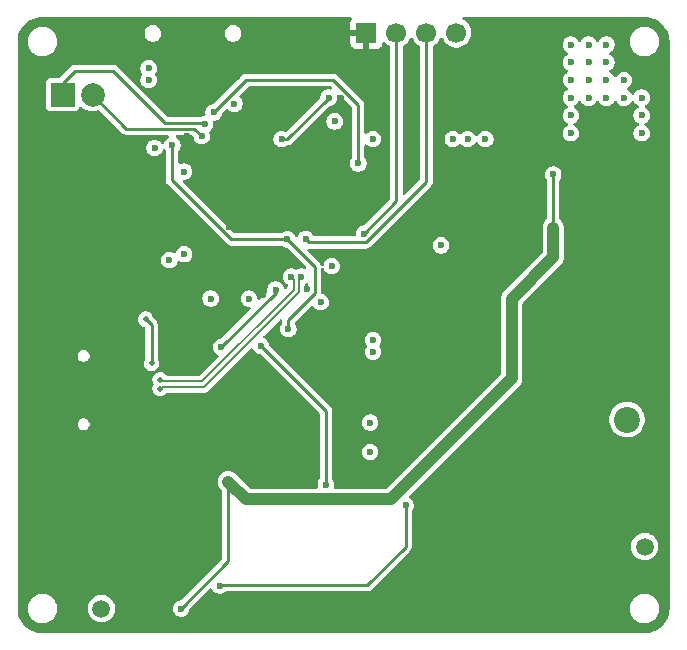
<source format=gbr>
%TF.GenerationSoftware,KiCad,Pcbnew,9.0.3-9.0.3-0~ubuntu22.04.1*%
%TF.CreationDate,2025-09-09T16:21:53+08:00*%
%TF.ProjectId,pdtrigger,70647472-6967-4676-9572-2e6b69636164,rev?*%
%TF.SameCoordinates,Original*%
%TF.FileFunction,Copper,L4,Bot*%
%TF.FilePolarity,Positive*%
%FSLAX46Y46*%
G04 Gerber Fmt 4.6, Leading zero omitted, Abs format (unit mm)*
G04 Created by KiCad (PCBNEW 9.0.3-9.0.3-0~ubuntu22.04.1) date 2025-09-09 16:21:53*
%MOMM*%
%LPD*%
G01*
G04 APERTURE LIST*
%TA.AperFunction,ComponentPad*%
%ADD10C,2.200000*%
%TD*%
%TA.AperFunction,ComponentPad*%
%ADD11O,1.800000X1.200000*%
%TD*%
%TA.AperFunction,ComponentPad*%
%ADD12O,2.000000X1.100000*%
%TD*%
%TA.AperFunction,ComponentPad*%
%ADD13C,1.500000*%
%TD*%
%TA.AperFunction,ComponentPad*%
%ADD14R,2.000000X2.000000*%
%TD*%
%TA.AperFunction,ComponentPad*%
%ADD15C,2.000000*%
%TD*%
%TA.AperFunction,ComponentPad*%
%ADD16R,1.700000X1.700000*%
%TD*%
%TA.AperFunction,ComponentPad*%
%ADD17C,1.700000*%
%TD*%
%TA.AperFunction,ViaPad*%
%ADD18C,0.500000*%
%TD*%
%TA.AperFunction,ViaPad*%
%ADD19C,0.600000*%
%TD*%
%TA.AperFunction,ViaPad*%
%ADD20C,1.000000*%
%TD*%
%TA.AperFunction,Conductor*%
%ADD21C,0.250000*%
%TD*%
%TA.AperFunction,Conductor*%
%ADD22C,0.200000*%
%TD*%
%TA.AperFunction,Conductor*%
%ADD23C,1.000000*%
%TD*%
G04 APERTURE END LIST*
D10*
%TO.P,U3,1,1*%
%TO.N,/V_BUS_OUT*%
X30000000Y-19500000D03*
%TO.P,U3,2,2*%
%TO.N,GND*%
X30000000Y-14500000D03*
%TD*%
D11*
%TO.P,J2,S1,SHIELD*%
%TO.N,GND*%
X-19680000Y-21320000D03*
D12*
X-15470000Y-21320000D03*
D11*
X-19680000Y-12680000D03*
D12*
X-15470000Y-12680000D03*
%TD*%
D13*
%TO.P,TP3,1,1*%
%TO.N,/VBUS*%
X-14500000Y-35500000D03*
%TD*%
%TO.P,TP3,1,1*%
%TO.N,GND*%
X26500000Y-35500000D03*
%TD*%
%TO.P,TP3,1,1*%
%TO.N,/V_BUS_OUT*%
X31500000Y-30250000D03*
%TD*%
D14*
%TO.P,J3,1,Pin_1*%
%TO.N,/UART_TX*%
X-17790000Y8000000D03*
D15*
%TO.P,J3,2,Pin_2*%
%TO.N,/UART_RX*%
X-15250000Y8000000D03*
%TD*%
D16*
%TO.P,J1,1,Pin_1*%
%TO.N,GND*%
X7940000Y13250000D03*
D17*
%TO.P,J1,2,Pin_2*%
%TO.N,/SWCLK*%
X10480000Y13250000D03*
%TO.P,J1,3,Pin_3*%
%TO.N,/SWDIO*%
X13020000Y13250000D03*
%TO.P,J1,4,Pin_4*%
%TO.N,+3V3_MCU*%
X15560000Y13250000D03*
%TD*%
D18*
%TO.N,/VBUS*%
X-10250000Y-14750000D03*
%TO.N,/USB_D-*%
X-9524997Y-16125000D03*
%TO.N,/USB_D+*%
X-9524997Y-16875000D03*
%TO.N,GND*%
X-10500000Y-16500000D03*
X-14500000Y-11000000D03*
%TO.N,/VBUS*%
X-10750000Y-11000000D03*
D19*
%TO.N,GND*%
X750000Y-17750000D03*
X0Y-17750000D03*
X-750000Y-17750000D03*
X-750000Y-17000000D03*
X-750000Y-16250000D03*
X0Y-16250000D03*
X750000Y-16250000D03*
X750000Y-17000000D03*
X0Y-17000000D03*
%TO.N,/UART_TX*%
X-5750000Y5500000D03*
%TO.N,/UART_RX*%
X-6000000Y4500000D03*
%TO.N,GND*%
X22000000Y-34750000D03*
X22000000Y-36500000D03*
X12750000Y-36500000D03*
X3750000Y-36500000D03*
X17250000Y-34750000D03*
X19000000Y-22500000D03*
X19000000Y-19750000D03*
X19000000Y-14250000D03*
X15750000Y-10500000D03*
X22250000Y-5500000D03*
X22250000Y-10000000D03*
X11250000Y-22500000D03*
X13250000Y-26000000D03*
X20250000Y-26000000D03*
X19000000Y-11500000D03*
%TO.N,+3V3_MCU*%
X14250000Y-4750000D03*
%TO.N,GND*%
X-16750000Y-31750000D03*
X-16750000Y-29250000D03*
X-16750000Y-30500000D03*
X-18000000Y-31750000D03*
X-18000000Y-29250000D03*
X-18000000Y-30500000D03*
X-19250000Y-31750000D03*
X-19250000Y-29250000D03*
X-9500000Y1250000D03*
X8750000Y2500000D03*
X6500000Y5500000D03*
X11750000Y1500000D03*
X11750000Y4250000D03*
X1800000Y-24900000D03*
X7750000Y-8750000D03*
X-13500000Y-21750000D03*
X-13500000Y-20750000D03*
X-11250000Y-13000000D03*
X-12000000Y-13000000D03*
X-12750000Y-13000000D03*
X-13500000Y-13000000D03*
X-19250000Y-30500000D03*
X-500000Y-36500000D03*
X-500000Y-34750000D03*
X8000000Y-36500000D03*
X17250000Y-36500000D03*
X32750000Y-15500000D03*
X32750000Y-13250000D03*
X27000000Y-15500000D03*
X27000000Y-13250000D03*
X32000000Y-5000000D03*
X23500000Y-12250000D03*
X26250000Y-5750000D03*
X19000000Y-3250000D03*
X19500000Y-2000000D03*
X20500000Y10000000D03*
X9250000Y6250000D03*
X17000000Y6250000D03*
X17000000Y9250000D03*
X9250000Y9210000D03*
X3500000Y13500000D03*
X500000Y13500000D03*
X-1250000Y12000000D03*
X4500000Y10250000D03*
X-3683058Y-3183058D03*
X-816942Y-8933058D03*
X-2250000Y10250000D03*
X-3000000Y9500000D03*
X-19250000Y-19750000D03*
X-20500000Y-19750000D03*
X-19250000Y-18750000D03*
X-20500000Y-18750000D03*
X-19250000Y-14750000D03*
X-20500000Y-14750000D03*
X-19250000Y-15750000D03*
X-20500000Y-15750000D03*
X-19250000Y-17750000D03*
X-20500000Y-17750000D03*
X-20500000Y-16750000D03*
X-19250000Y-16750000D03*
%TO.N,/V_BUS_OUT*%
X4500000Y-25000000D03*
X-1000000Y-13250000D03*
%TO.N,GND*%
X2933058Y-8433058D03*
X-7250000Y4500000D03*
%TO.N,+3V3_MCU*%
X-8750000Y-6000000D03*
X-2000000Y-9250000D03*
X-5250000Y-9250000D03*
X4058058Y-9558058D03*
X8500000Y-13750000D03*
X8500000Y-12750000D03*
X8250000Y-22250000D03*
X8250000Y-19750000D03*
%TO.N,Net-(C18-Pad2)*%
X-4500000Y-33550000D03*
X11250000Y-26750000D03*
%TO.N,/VBUS*%
X-7750000Y-35500000D03*
%TO.N,+3V3_MCU*%
X25250000Y4750000D03*
X25250000Y6250000D03*
X31250000Y4750000D03*
X31250000Y6250000D03*
X31250000Y7750000D03*
X-10500000Y9250000D03*
X-10500000Y10250000D03*
%TO.N,/PD_FAULT*%
X-8500000Y3750000D03*
X1250000Y-4250000D03*
X1324000Y-11825000D03*
%TO.N,/SWDIO*%
X2800000Y-4200000D03*
%TO.N,/SWCLK*%
X7750000Y-3750000D03*
%TO.N,/BOOT0*%
X-5000000Y6500000D03*
X7250000Y2200000D03*
%TO.N,/NRST*%
X4750000Y7750000D03*
X750000Y4250000D03*
%TO.N,/I2C3_SCL*%
X250000Y-8500000D03*
X-4360000Y-13360000D03*
%TO.N,+3V3_MCU*%
X25250000Y12250000D03*
X26750000Y12250000D03*
X28250000Y12250000D03*
X28250000Y10750000D03*
X26750000Y10750000D03*
X25250000Y10750000D03*
X25250000Y9250000D03*
X26750000Y9250000D03*
X28250000Y9250000D03*
X29750000Y9250000D03*
X29750000Y7750000D03*
X28250000Y7750000D03*
X26750000Y7750000D03*
X25250000Y7750000D03*
%TO.N,GND*%
X20500000Y6250000D03*
X20500000Y7250000D03*
X20500000Y5000000D03*
X20500000Y4000000D03*
%TO.N,/VBUS*%
X23750000Y1250000D03*
%TO.N,+3V3_MCU*%
X18000000Y4250000D03*
X16500000Y4250000D03*
X15250000Y4250000D03*
%TO.N,GND*%
X13750000Y0D03*
X13750000Y-1750000D03*
D20*
%TO.N,/VBUS*%
X23750000Y-3250000D03*
X-3750000Y-24750000D03*
D19*
%TO.N,GND*%
X5750000Y7750000D03*
X-1500000Y8250000D03*
%TO.N,+3V3_MCU*%
X-3250000Y7250000D03*
X5250000Y5750000D03*
X8500000Y4250000D03*
X5000000Y-6500000D03*
X-7500000Y-5500000D03*
X-7500000Y1500000D03*
X-10000000Y3500000D03*
%TO.N,GND*%
X-7250000Y7000000D03*
X-13750000Y-3500000D03*
X-12000000Y-4500000D03*
X0Y-2000000D03*
X1000000Y-2000000D03*
X2000000Y-2000000D03*
X-1000000Y-2000000D03*
X-2000000Y-2000000D03*
X0Y-1000000D03*
X1000000Y-1000000D03*
X2000000Y-1000000D03*
X-1000000Y-1000000D03*
X-2000000Y-1000000D03*
X0Y2000000D03*
X1000000Y2000000D03*
X2000000Y2000000D03*
X-1000000Y2000000D03*
X-2000000Y2000000D03*
X0Y1000000D03*
X1000000Y1000000D03*
X2000000Y1000000D03*
X-1000000Y1000000D03*
X-2000000Y1000000D03*
X-2000000Y0D03*
X-1000000Y0D03*
X2000000Y0D03*
X1000000Y0D03*
X0Y0D03*
X24200000Y-14900000D03*
X24900000Y-14900000D03*
X8250000Y-10250000D03*
X8250000Y-14750000D03*
X8250000Y-20750000D03*
X8250000Y-23750000D03*
X3750000Y-22750000D03*
X2250000Y-24000000D03*
X-1200000Y-20000000D03*
X-1200000Y-21000000D03*
X-1450000Y-23950000D03*
%TO.N,/USB_D-*%
X1575000Y-7400000D03*
%TO.N,/USB_D+*%
X2425000Y-7400000D03*
%TD*%
D21*
%TO.N,/V_BUS_OUT*%
X-1000000Y-13250000D02*
X4500000Y-18750000D01*
X4500000Y-18750000D02*
X4500000Y-25000000D01*
%TO.N,/VBUS*%
X-10250000Y-11500000D02*
X-10250000Y-14750000D01*
X-10750000Y-11000000D02*
X-10250000Y-11500000D01*
D22*
%TO.N,/USB_D+*%
X-9524997Y-16875000D02*
X-9374998Y-16725001D01*
%TO.N,/USB_D-*%
X-9374998Y-16274999D02*
X-5993197Y-16274999D01*
%TO.N,/USB_D+*%
X-9374998Y-16725001D02*
X-5806803Y-16725001D01*
%TO.N,/USB_D-*%
X-9524997Y-16125000D02*
X-9374998Y-16274999D01*
X1774999Y-8506803D02*
X1774999Y-7599999D01*
X-5993197Y-16274999D02*
X1774999Y-8506803D01*
X1774999Y-7599999D02*
X1575000Y-7400000D01*
D21*
%TO.N,/UART_TX*%
X-5750000Y5500000D02*
X-5827000Y5577000D01*
X-16750000Y10000000D02*
X-17790000Y8960000D01*
X-5827000Y5577000D02*
X-9077000Y5577000D01*
X-9077000Y5577000D02*
X-13500000Y10000000D01*
X-13500000Y10000000D02*
X-16750000Y10000000D01*
X-17790000Y8960000D02*
X-17790000Y8000000D01*
%TO.N,/UART_RX*%
X-6626000Y5126000D02*
X-12376000Y5126000D01*
X-6000000Y4500000D02*
X-6626000Y5126000D01*
X-12376000Y5126000D02*
X-15250000Y8000000D01*
%TO.N,/BOOT0*%
X7250000Y2200000D02*
X7250000Y7135298D01*
X7250000Y7135298D02*
X5135298Y9250000D01*
X5135298Y9250000D02*
X-2250000Y9250000D01*
X-2250000Y9250000D02*
X-5000000Y6500000D01*
%TO.N,/PD_FAULT*%
X1324000Y-11825000D02*
X1324000Y-11061298D01*
X1324000Y-11061298D02*
X3559058Y-8826240D01*
X3559058Y-8826240D02*
X3559058Y-6559058D01*
X3559058Y-6559058D02*
X1250000Y-4250000D01*
%TO.N,Net-(C18-Pad2)*%
X-4450000Y-33500000D02*
X8000000Y-33500000D01*
X8000000Y-33500000D02*
X11250000Y-30250000D01*
X11250000Y-30250000D02*
X11250000Y-26750000D01*
X-4500000Y-33550000D02*
X-4450000Y-33500000D01*
%TO.N,/VBUS*%
X-7750000Y-35500000D02*
X-3750000Y-31500000D01*
X-3750000Y-31500000D02*
X-3750000Y-24750000D01*
D23*
X-3750000Y-24750000D02*
X-2250000Y-26250000D01*
X-250000Y-26250000D02*
X10000000Y-26250000D01*
X10000000Y-26250000D02*
X20250000Y-16000000D01*
X20250000Y-9250000D02*
X23750000Y-5750000D01*
X20250000Y-16000000D02*
X20250000Y-9250000D01*
X23750000Y-5750000D02*
X23750000Y-3250000D01*
X-2250000Y-26250000D02*
X-250000Y-26250000D01*
D21*
%TO.N,/PD_FAULT*%
X-8500000Y750000D02*
X-8500000Y3750000D01*
X-7000000Y-750000D02*
X-8500000Y750000D01*
X1250000Y-4250000D02*
X-3500000Y-4250000D01*
X-3500000Y-4250000D02*
X-7000000Y-750000D01*
%TO.N,/SWDIO*%
X7885298Y-4500000D02*
X13020000Y634702D01*
X2800000Y-4200000D02*
X3100000Y-4500000D01*
X3100000Y-4500000D02*
X7885298Y-4500000D01*
X13020000Y634702D02*
X13020000Y13250000D01*
%TO.N,/I2C3_SCL*%
X-4360000Y-13360000D02*
X250000Y-8750000D01*
X250000Y-8750000D02*
X250000Y-8500000D01*
%TO.N,/SWCLK*%
X7750000Y-3750000D02*
X10480000Y-1020000D01*
X10480000Y-1020000D02*
X10480000Y13250000D01*
%TO.N,/NRST*%
X1250000Y4250000D02*
X4750000Y7750000D01*
X750000Y4250000D02*
X1250000Y4250000D01*
%TO.N,/VBUS*%
X23750000Y-3250000D02*
X23750000Y1250000D01*
D22*
%TO.N,/USB_D+*%
X-5806803Y-16725001D02*
X2225001Y-8693197D01*
X2225001Y-8693197D02*
X2225001Y-7599999D01*
X2225001Y-7599999D02*
X2425000Y-7400000D01*
%TD*%
%TA.AperFunction,Conductor*%
%TO.N,GND*%
G36*
X6658662Y14579815D02*
G01*
X6704417Y14527011D01*
X6714361Y14457853D01*
X6690889Y14401188D01*
X6646647Y14342090D01*
X6646645Y14342087D01*
X6596403Y14207380D01*
X6596401Y14207373D01*
X6590000Y14147845D01*
X6590000Y13500000D01*
X7449238Y13500000D01*
X7427470Y13462297D01*
X7389988Y13322410D01*
X7389988Y13177590D01*
X7427470Y13037703D01*
X7449238Y13000000D01*
X6590000Y13000000D01*
X6590000Y12352156D01*
X6596401Y12292628D01*
X6596403Y12292621D01*
X6646645Y12157914D01*
X6646649Y12157907D01*
X6732809Y12042813D01*
X6732812Y12042810D01*
X6847906Y11956650D01*
X6847913Y11956646D01*
X6982620Y11906404D01*
X6982627Y11906402D01*
X7042155Y11900001D01*
X7042172Y11900000D01*
X7690000Y11900000D01*
X7690000Y12759239D01*
X7727703Y12737470D01*
X7867590Y12699988D01*
X8012410Y12699988D01*
X8152297Y12737470D01*
X8190000Y12759239D01*
X8190000Y11900000D01*
X8837828Y11900000D01*
X8837844Y11900001D01*
X8897372Y11906402D01*
X8897379Y11906404D01*
X9032086Y11956646D01*
X9032093Y11956650D01*
X9147187Y12042810D01*
X9147190Y12042813D01*
X9233350Y12157907D01*
X9233354Y12157914D01*
X9283596Y12292621D01*
X9283598Y12292628D01*
X9289999Y12352156D01*
X9290000Y12352173D01*
X9290000Y12378785D01*
X9309685Y12445824D01*
X9362489Y12491579D01*
X9431647Y12501523D01*
X9495203Y12472498D01*
X9514316Y12451673D01*
X9526172Y12435354D01*
X9665354Y12296172D01*
X9755251Y12230858D01*
X9824590Y12180479D01*
X9824592Y12180478D01*
X9824595Y12180476D01*
X9886795Y12148784D01*
X9937590Y12100812D01*
X9954500Y12038300D01*
X9954500Y-750969D01*
X9934815Y-818008D01*
X9918181Y-838650D01*
X7740465Y-3016365D01*
X7679142Y-3049850D01*
X7676976Y-3050301D01*
X7545677Y-3076418D01*
X7545667Y-3076421D01*
X7418195Y-3129221D01*
X7418182Y-3129228D01*
X7303458Y-3205885D01*
X7303454Y-3205888D01*
X7205888Y-3303454D01*
X7205885Y-3303458D01*
X7129228Y-3418182D01*
X7129221Y-3418195D01*
X7076421Y-3545667D01*
X7076418Y-3545677D01*
X7049500Y-3681004D01*
X7049500Y-3681007D01*
X7049500Y-3818993D01*
X7050954Y-3826306D01*
X7044729Y-3895897D01*
X7001868Y-3951075D01*
X6935979Y-3974322D01*
X6929338Y-3974500D01*
X3547664Y-3974500D01*
X3480625Y-3954815D01*
X3434870Y-3902011D01*
X3433124Y-3898003D01*
X3420775Y-3868189D01*
X3420772Y-3868184D01*
X3420771Y-3868182D01*
X3344114Y-3753458D01*
X3344111Y-3753454D01*
X3246545Y-3655888D01*
X3246541Y-3655885D01*
X3131817Y-3579228D01*
X3131804Y-3579221D01*
X3004332Y-3526421D01*
X3004322Y-3526418D01*
X2868995Y-3499500D01*
X2868993Y-3499500D01*
X2731007Y-3499500D01*
X2731005Y-3499500D01*
X2595677Y-3526418D01*
X2595667Y-3526421D01*
X2468195Y-3579221D01*
X2468182Y-3579228D01*
X2353458Y-3655885D01*
X2353454Y-3655888D01*
X2255888Y-3753454D01*
X2255885Y-3753458D01*
X2179228Y-3868182D01*
X2179223Y-3868192D01*
X2129205Y-3988946D01*
X2085364Y-4043349D01*
X2019069Y-4065414D01*
X1951370Y-4048135D01*
X1903760Y-3996997D01*
X1900083Y-3988945D01*
X1870778Y-3918194D01*
X1870771Y-3918182D01*
X1794114Y-3803458D01*
X1794111Y-3803454D01*
X1696545Y-3705888D01*
X1696541Y-3705885D01*
X1581817Y-3629228D01*
X1581804Y-3629221D01*
X1454332Y-3576421D01*
X1454322Y-3576418D01*
X1318995Y-3549500D01*
X1318993Y-3549500D01*
X1181007Y-3549500D01*
X1181005Y-3549500D01*
X1045677Y-3576418D01*
X1045667Y-3576421D01*
X918195Y-3629221D01*
X918182Y-3629228D01*
X806876Y-3703602D01*
X740199Y-3724480D01*
X737985Y-3724500D01*
X-3230969Y-3724500D01*
X-3298008Y-3704815D01*
X-3318650Y-3688181D01*
X-7594650Y587819D01*
X-7628135Y649142D01*
X-7623151Y718834D01*
X-7581279Y774767D01*
X-7515815Y799184D01*
X-7506969Y799500D01*
X-7431005Y799500D01*
X-7332055Y819183D01*
X-7295672Y826420D01*
X-7168189Y879225D01*
X-7053458Y955886D01*
X-6955886Y1053458D01*
X-6879225Y1168189D01*
X-6826420Y1295672D01*
X-6799500Y1431007D01*
X-6799500Y1568993D01*
X-6799500Y1568996D01*
X-6826419Y1704323D01*
X-6826420Y1704324D01*
X-6826420Y1704328D01*
X-6846770Y1753458D01*
X-6879222Y1831805D01*
X-6879229Y1831818D01*
X-6955886Y1946542D01*
X-6955889Y1946546D01*
X-7053455Y2044112D01*
X-7053459Y2044115D01*
X-7168183Y2120772D01*
X-7168196Y2120779D01*
X-7295668Y2173579D01*
X-7295678Y2173582D01*
X-7431005Y2200500D01*
X-7431007Y2200500D01*
X-7568993Y2200500D01*
X-7568995Y2200500D01*
X-7704323Y2173582D01*
X-7704333Y2173579D01*
X-7803048Y2132690D01*
X-7872518Y2125221D01*
X-7934997Y2156497D01*
X-7970648Y2216586D01*
X-7974500Y2247251D01*
X-7974500Y3237985D01*
X-7954815Y3305024D01*
X-7953602Y3306876D01*
X-7879229Y3418183D01*
X-7879229Y3418184D01*
X-7879225Y3418189D01*
X-7826420Y3545672D01*
X-7799500Y3681007D01*
X-7799500Y3818993D01*
X-7799500Y3818996D01*
X-7826419Y3954323D01*
X-7826420Y3954324D01*
X-7826420Y3954328D01*
X-7848649Y4007994D01*
X-7879222Y4081805D01*
X-7879229Y4081818D01*
X-7955886Y4196542D01*
X-7955889Y4196546D01*
X-8053455Y4294112D01*
X-8053459Y4294115D01*
X-8172114Y4373398D01*
X-8216919Y4427010D01*
X-8225626Y4496335D01*
X-8195472Y4559363D01*
X-8136028Y4596082D01*
X-8103223Y4600500D01*
X-6895031Y4600500D01*
X-6865591Y4591856D01*
X-6835604Y4585332D01*
X-6830589Y4581578D01*
X-6827992Y4580815D01*
X-6807350Y4564181D01*
X-6733635Y4490466D01*
X-6700150Y4429143D01*
X-6699699Y4426977D01*
X-6673582Y4295678D01*
X-6673579Y4295668D01*
X-6620779Y4168196D01*
X-6620772Y4168183D01*
X-6544115Y4053459D01*
X-6544112Y4053455D01*
X-6446546Y3955889D01*
X-6446542Y3955886D01*
X-6331818Y3879229D01*
X-6331805Y3879222D01*
X-6271999Y3854450D01*
X-6204328Y3826420D01*
X-6204324Y3826420D01*
X-6204323Y3826419D01*
X-6068996Y3799500D01*
X-6068993Y3799500D01*
X-5931005Y3799500D01*
X-5809764Y3823617D01*
X-5795672Y3826420D01*
X-5668189Y3879225D01*
X-5553458Y3955886D01*
X-5455886Y4053458D01*
X-5379225Y4168189D01*
X-5326420Y4295672D01*
X-5302051Y4418183D01*
X-5299500Y4431005D01*
X-5299500Y4568996D01*
X-5326419Y4704323D01*
X-5326420Y4704324D01*
X-5326420Y4704328D01*
X-5364112Y4795323D01*
X-5371580Y4864790D01*
X-5340305Y4927270D01*
X-5318446Y4945873D01*
X-5303458Y4955886D01*
X-5205886Y5053458D01*
X-5129225Y5168189D01*
X-5076420Y5295672D01*
X-5067611Y5339959D01*
X-5049500Y5431005D01*
X-5049500Y5568996D01*
X-5049501Y5568998D01*
X-5065873Y5651309D01*
X-5059646Y5720900D01*
X-5016783Y5776078D01*
X-4950893Y5799322D01*
X-4944256Y5799500D01*
X-4931005Y5799500D01*
X-4832995Y5818996D01*
X-4795672Y5826420D01*
X-4668189Y5879225D01*
X-4553458Y5955886D01*
X-4455886Y6053458D01*
X-4379225Y6168189D01*
X-4326420Y6295672D01*
X-4300302Y6426977D01*
X-4267918Y6488887D01*
X-4266420Y6490412D01*
X-3961424Y6795409D01*
X-3900103Y6828892D01*
X-3830412Y6823908D01*
X-3786064Y6795407D01*
X-3696546Y6705889D01*
X-3696542Y6705886D01*
X-3581818Y6629229D01*
X-3581805Y6629222D01*
X-3467360Y6581818D01*
X-3454328Y6576420D01*
X-3454324Y6576420D01*
X-3454323Y6576419D01*
X-3318996Y6549500D01*
X-3318993Y6549500D01*
X-3181005Y6549500D01*
X-3082995Y6568996D01*
X-3045672Y6576420D01*
X-2918189Y6629225D01*
X-2803458Y6705886D01*
X-2705886Y6803458D01*
X-2629225Y6918189D01*
X-2576420Y7045672D01*
X-2562717Y7114561D01*
X-2549500Y7181005D01*
X-2549500Y7318996D01*
X-2576419Y7454323D01*
X-2576420Y7454324D01*
X-2576420Y7454328D01*
X-2598649Y7507994D01*
X-2629222Y7581805D01*
X-2629229Y7581818D01*
X-2705886Y7696542D01*
X-2705889Y7696546D01*
X-2795407Y7786064D01*
X-2828892Y7847387D01*
X-2823908Y7917079D01*
X-2795410Y7961423D01*
X-2068650Y8688181D01*
X-2007327Y8721666D01*
X-1980969Y8724500D01*
X4866267Y8724500D01*
X4933306Y8704815D01*
X4953948Y8688181D01*
X4995109Y8647020D01*
X5028594Y8585697D01*
X5023610Y8516005D01*
X4981738Y8460072D01*
X4916274Y8435655D01*
X4883237Y8437722D01*
X4818997Y8450500D01*
X4818993Y8450500D01*
X4681007Y8450500D01*
X4681005Y8450500D01*
X4545677Y8423582D01*
X4545667Y8423579D01*
X4418195Y8370779D01*
X4418182Y8370772D01*
X4303458Y8294115D01*
X4303454Y8294112D01*
X4205888Y8196546D01*
X4205885Y8196542D01*
X4129228Y8081818D01*
X4129221Y8081805D01*
X4076421Y7954333D01*
X4076418Y7954323D01*
X4050301Y7823024D01*
X4017916Y7761113D01*
X4016365Y7759535D01*
X1172778Y4915949D01*
X1111455Y4882464D01*
X1041763Y4887448D01*
X1037668Y4889060D01*
X954328Y4923580D01*
X954322Y4923582D01*
X818995Y4950500D01*
X818993Y4950500D01*
X681007Y4950500D01*
X681005Y4950500D01*
X545677Y4923582D01*
X545667Y4923579D01*
X418195Y4870779D01*
X418182Y4870772D01*
X303458Y4794115D01*
X303454Y4794112D01*
X205888Y4696546D01*
X205885Y4696542D01*
X129228Y4581818D01*
X129221Y4581805D01*
X76421Y4454333D01*
X76418Y4454323D01*
X49500Y4318996D01*
X49500Y4318993D01*
X49500Y4181007D01*
X49500Y4181005D01*
X49499Y4181005D01*
X76418Y4045678D01*
X76421Y4045668D01*
X129221Y3918196D01*
X129228Y3918183D01*
X205885Y3803459D01*
X205888Y3803455D01*
X303454Y3705889D01*
X303458Y3705886D01*
X418182Y3629229D01*
X418195Y3629222D01*
X545667Y3576422D01*
X545672Y3576420D01*
X545676Y3576420D01*
X545677Y3576419D01*
X681004Y3549500D01*
X681007Y3549500D01*
X818995Y3549500D01*
X917005Y3568996D01*
X954328Y3576420D01*
X1081811Y3629225D01*
X1081817Y3629229D01*
X1193123Y3703601D01*
X1241613Y3722809D01*
X1251745Y3724499D01*
X1319183Y3724499D01*
X1424591Y3752744D01*
X1452836Y3760312D01*
X1572665Y3829495D01*
X1670505Y3927335D01*
X1670505Y3927337D01*
X1680709Y3937540D01*
X1680712Y3937545D01*
X3424173Y5681005D01*
X4549499Y5681005D01*
X4576418Y5545678D01*
X4576421Y5545668D01*
X4629221Y5418196D01*
X4629228Y5418183D01*
X4705885Y5303459D01*
X4705888Y5303455D01*
X4803454Y5205889D01*
X4803458Y5205886D01*
X4918182Y5129229D01*
X4918195Y5129222D01*
X5032640Y5081818D01*
X5045672Y5076420D01*
X5045676Y5076420D01*
X5045677Y5076419D01*
X5181004Y5049500D01*
X5181007Y5049500D01*
X5318995Y5049500D01*
X5410041Y5067611D01*
X5454328Y5076420D01*
X5581811Y5129225D01*
X5696542Y5205886D01*
X5794114Y5303458D01*
X5870775Y5418189D01*
X5923580Y5545672D01*
X5944694Y5651816D01*
X5950500Y5681005D01*
X5950500Y5818996D01*
X5923581Y5954323D01*
X5923580Y5954324D01*
X5923580Y5954328D01*
X5885746Y6045668D01*
X5870778Y6081805D01*
X5870771Y6081818D01*
X5794114Y6196542D01*
X5794111Y6196546D01*
X5696545Y6294112D01*
X5696541Y6294115D01*
X5581817Y6370772D01*
X5581804Y6370779D01*
X5454332Y6423579D01*
X5454322Y6423582D01*
X5318995Y6450500D01*
X5318993Y6450500D01*
X5181007Y6450500D01*
X5181005Y6450500D01*
X5045677Y6423582D01*
X5045667Y6423579D01*
X4918195Y6370779D01*
X4918182Y6370772D01*
X4803458Y6294115D01*
X4803454Y6294112D01*
X4705888Y6196546D01*
X4705885Y6196542D01*
X4629228Y6081818D01*
X4629221Y6081805D01*
X4576421Y5954333D01*
X4576418Y5954323D01*
X4549500Y5818996D01*
X4549500Y5818993D01*
X4549500Y5681007D01*
X4549500Y5681005D01*
X4549499Y5681005D01*
X3424173Y5681005D01*
X4759536Y7016368D01*
X4820857Y7049851D01*
X4823004Y7050298D01*
X4954328Y7076420D01*
X5061411Y7120775D01*
X5081804Y7129222D01*
X5081804Y7129223D01*
X5081811Y7129225D01*
X5196542Y7205886D01*
X5294114Y7303458D01*
X5370775Y7418189D01*
X5423580Y7545672D01*
X5450500Y7681007D01*
X5450500Y7818993D01*
X5450500Y7818996D01*
X5437721Y7883237D01*
X5443948Y7952828D01*
X5486810Y8008006D01*
X5552700Y8031251D01*
X5620697Y8015184D01*
X5647019Y7995110D01*
X6688181Y6953948D01*
X6721666Y6892625D01*
X6724500Y6866267D01*
X6724500Y2712016D01*
X6704815Y2644977D01*
X6703602Y2643125D01*
X6629228Y2531818D01*
X6629221Y2531805D01*
X6576421Y2404333D01*
X6576418Y2404323D01*
X6549500Y2268996D01*
X6549500Y2268993D01*
X6549500Y2131007D01*
X6549500Y2131005D01*
X6549499Y2131005D01*
X6576418Y1995678D01*
X6576421Y1995668D01*
X6629221Y1868196D01*
X6629228Y1868183D01*
X6705885Y1753459D01*
X6705888Y1753455D01*
X6803454Y1655889D01*
X6803458Y1655886D01*
X6918182Y1579229D01*
X6918195Y1579222D01*
X7045667Y1526422D01*
X7045672Y1526420D01*
X7045676Y1526420D01*
X7045677Y1526419D01*
X7181004Y1499500D01*
X7181007Y1499500D01*
X7318995Y1499500D01*
X7410041Y1517611D01*
X7454328Y1526420D01*
X7581811Y1579225D01*
X7696542Y1655886D01*
X7794114Y1753458D01*
X7870775Y1868189D01*
X7923580Y1995672D01*
X7950500Y2131007D01*
X7950500Y2268993D01*
X7950500Y2268996D01*
X7923581Y2404323D01*
X7923580Y2404324D01*
X7923580Y2404328D01*
X7923578Y2404333D01*
X7870778Y2531805D01*
X7870771Y2531818D01*
X7796398Y2643125D01*
X7775520Y2709803D01*
X7775500Y2712016D01*
X7775500Y3684481D01*
X7795185Y3751520D01*
X7847989Y3797275D01*
X7917147Y3807219D01*
X7980703Y3778194D01*
X7987181Y3772162D01*
X8053454Y3705889D01*
X8053458Y3705886D01*
X8168182Y3629229D01*
X8168195Y3629222D01*
X8295667Y3576422D01*
X8295672Y3576420D01*
X8295676Y3576420D01*
X8295677Y3576419D01*
X8431004Y3549500D01*
X8431007Y3549500D01*
X8568995Y3549500D01*
X8667005Y3568996D01*
X8704328Y3576420D01*
X8831811Y3629225D01*
X8946542Y3705886D01*
X9044114Y3803458D01*
X9120775Y3918189D01*
X9173580Y4045672D01*
X9182389Y4089959D01*
X9200500Y4181005D01*
X9200500Y4318996D01*
X9173581Y4454323D01*
X9173580Y4454324D01*
X9173580Y4454328D01*
X9171706Y4458853D01*
X9120778Y4581805D01*
X9120771Y4581818D01*
X9044114Y4696542D01*
X9044111Y4696546D01*
X8946545Y4794112D01*
X8946541Y4794115D01*
X8831817Y4870772D01*
X8831804Y4870779D01*
X8704332Y4923579D01*
X8704322Y4923582D01*
X8568995Y4950500D01*
X8568993Y4950500D01*
X8431007Y4950500D01*
X8431005Y4950500D01*
X8295677Y4923582D01*
X8295667Y4923579D01*
X8168195Y4870779D01*
X8168182Y4870772D01*
X8053458Y4794115D01*
X8053454Y4794112D01*
X7987181Y4727838D01*
X7925858Y4694353D01*
X7856166Y4699337D01*
X7800233Y4741209D01*
X7775816Y4806673D01*
X7775500Y4815519D01*
X7775500Y7204479D01*
X7775500Y7204481D01*
X7739688Y7338134D01*
X7693472Y7418183D01*
X7670507Y7457960D01*
X7670506Y7457961D01*
X7670505Y7457963D01*
X7572665Y7555803D01*
X7572664Y7555804D01*
X7568334Y7560134D01*
X7568323Y7560144D01*
X5562873Y9565594D01*
X5562871Y9565597D01*
X5457964Y9670504D01*
X5457959Y9670508D01*
X5338138Y9739687D01*
X5309890Y9747257D01*
X5309889Y9747257D01*
X5204481Y9775501D01*
X5066115Y9775501D01*
X5058519Y9775501D01*
X5058503Y9775500D01*
X-2319186Y9775500D01*
X-2365895Y9762985D01*
X-2365894Y9762984D01*
X-2452838Y9739688D01*
X-2452839Y9739687D01*
X-2572662Y9670508D01*
X-2572667Y9670504D01*
X-5009535Y7233635D01*
X-5070858Y7200150D01*
X-5073024Y7199699D01*
X-5204323Y7173582D01*
X-5204333Y7173579D01*
X-5331805Y7120779D01*
X-5331818Y7120772D01*
X-5446542Y7044115D01*
X-5446546Y7044112D01*
X-5544112Y6946546D01*
X-5544115Y6946542D01*
X-5620772Y6831818D01*
X-5620779Y6831805D01*
X-5673579Y6704333D01*
X-5673582Y6704323D01*
X-5700500Y6568996D01*
X-5700500Y6431003D01*
X-5684127Y6348691D01*
X-5690354Y6279100D01*
X-5733217Y6223922D01*
X-5799107Y6200678D01*
X-5805744Y6200500D01*
X-5818995Y6200500D01*
X-5954323Y6173582D01*
X-5954333Y6173579D01*
X-6081807Y6120778D01*
X-6087178Y6117906D01*
X-6088360Y6120117D01*
X-6144567Y6102520D01*
X-6146776Y6102500D01*
X-8807968Y6102500D01*
X-8875007Y6122185D01*
X-8895649Y6138819D01*
X-10867052Y8110222D01*
X-12937836Y10181005D01*
X-11200501Y10181005D01*
X-11173582Y10045678D01*
X-11173579Y10045668D01*
X-11120779Y9918196D01*
X-11120772Y9918183D01*
X-11054427Y9818891D01*
X-11033549Y9752213D01*
X-11052034Y9684833D01*
X-11054427Y9681109D01*
X-11120772Y9581818D01*
X-11120779Y9581805D01*
X-11173579Y9454333D01*
X-11173582Y9454323D01*
X-11200500Y9318996D01*
X-11200500Y9318993D01*
X-11200500Y9181007D01*
X-11200500Y9181005D01*
X-11200501Y9181005D01*
X-11173582Y9045678D01*
X-11173579Y9045668D01*
X-11120779Y8918196D01*
X-11120772Y8918183D01*
X-11044115Y8803459D01*
X-11044112Y8803455D01*
X-10946546Y8705889D01*
X-10946542Y8705886D01*
X-10831818Y8629229D01*
X-10831805Y8629222D01*
X-10726725Y8585697D01*
X-10704328Y8576420D01*
X-10704324Y8576420D01*
X-10704323Y8576419D01*
X-10568996Y8549500D01*
X-10568993Y8549500D01*
X-10431005Y8549500D01*
X-10324328Y8570720D01*
X-10295672Y8576420D01*
X-10168189Y8629225D01*
X-10053458Y8705886D01*
X-9955886Y8803458D01*
X-9879225Y8918189D01*
X-9826420Y9045672D01*
X-9799500Y9181007D01*
X-9799500Y9318993D01*
X-9799500Y9318996D01*
X-9826419Y9454323D01*
X-9826420Y9454324D01*
X-9826420Y9454328D01*
X-9831005Y9465397D01*
X-9879222Y9581805D01*
X-9879224Y9581809D01*
X-9879225Y9581811D01*
X-9945575Y9681110D01*
X-9966452Y9747786D01*
X-9947968Y9815166D01*
X-9945574Y9818891D01*
X-9910905Y9870777D01*
X-9879225Y9918189D01*
X-9826420Y10045672D01*
X-9799500Y10181007D01*
X-9799500Y10318993D01*
X-9799500Y10318996D01*
X-9826419Y10454323D01*
X-9826420Y10454324D01*
X-9826420Y10454328D01*
X-9841066Y10489687D01*
X-9879222Y10581805D01*
X-9879229Y10581818D01*
X-9955886Y10696542D01*
X-9955889Y10696546D01*
X-10053455Y10794112D01*
X-10053459Y10794115D01*
X-10168183Y10870772D01*
X-10168196Y10870779D01*
X-10295668Y10923579D01*
X-10295678Y10923582D01*
X-10431005Y10950500D01*
X-10431007Y10950500D01*
X-10568993Y10950500D01*
X-10568995Y10950500D01*
X-10704323Y10923582D01*
X-10704333Y10923579D01*
X-10831805Y10870779D01*
X-10831818Y10870772D01*
X-10946542Y10794115D01*
X-10946546Y10794112D01*
X-11044112Y10696546D01*
X-11044115Y10696542D01*
X-11120772Y10581818D01*
X-11120779Y10581805D01*
X-11173579Y10454333D01*
X-11173582Y10454323D01*
X-11200500Y10318996D01*
X-11200500Y10318993D01*
X-11200500Y10181007D01*
X-11200500Y10181005D01*
X-11200501Y10181005D01*
X-12937836Y10181005D01*
X-13072426Y10315595D01*
X-13072427Y10315597D01*
X-13177334Y10420504D01*
X-13177339Y10420508D01*
X-13297160Y10489687D01*
X-13325408Y10497257D01*
X-13325409Y10497257D01*
X-13430817Y10525501D01*
X-13569183Y10525501D01*
X-13576779Y10525501D01*
X-13576795Y10525500D01*
X-16819183Y10525500D01*
X-16952836Y10489688D01*
X-16952839Y10489687D01*
X-17072662Y10420508D01*
X-17072667Y10420504D01*
X-17170507Y10322663D01*
X-18056352Y9436819D01*
X-18117675Y9403334D01*
X-18144033Y9400500D01*
X-18821518Y9400500D01*
X-18902481Y9387677D01*
X-18915304Y9385646D01*
X-19028342Y9328050D01*
X-19028343Y9328049D01*
X-19028348Y9328046D01*
X-19118046Y9238348D01*
X-19118049Y9238343D01*
X-19175648Y9125302D01*
X-19190500Y9031525D01*
X-19190500Y6968483D01*
X-19179708Y6900343D01*
X-19175646Y6874696D01*
X-19118050Y6761658D01*
X-19118048Y6761656D01*
X-19118046Y6761653D01*
X-19028348Y6671955D01*
X-19028346Y6671954D01*
X-19028342Y6671950D01*
X-18915306Y6614355D01*
X-18915302Y6614353D01*
X-18821525Y6599501D01*
X-18821519Y6599500D01*
X-16758482Y6599501D01*
X-16664696Y6614354D01*
X-16551658Y6671950D01*
X-16461950Y6761658D01*
X-16404354Y6874696D01*
X-16404354Y6874698D01*
X-16404353Y6874699D01*
X-16404353Y6874700D01*
X-16401535Y6892490D01*
X-16371606Y6955625D01*
X-16312295Y6992557D01*
X-16242432Y6991559D01*
X-16191381Y6960774D01*
X-16162364Y6931757D01*
X-16162359Y6931753D01*
X-16072224Y6866267D01*
X-15984022Y6802185D01*
X-15904474Y6761653D01*
X-15787607Y6702105D01*
X-15787604Y6702104D01*
X-15694803Y6671952D01*
X-15577951Y6633985D01*
X-15360222Y6599500D01*
X-15360221Y6599500D01*
X-15139779Y6599500D01*
X-15139778Y6599500D01*
X-14922049Y6633985D01*
X-14771739Y6682824D01*
X-14701900Y6684818D01*
X-14645743Y6652574D01*
X-12698665Y4705495D01*
X-12698664Y4705494D01*
X-12698662Y4705493D01*
X-12578839Y4636313D01*
X-12578838Y4636313D01*
X-12578835Y4636311D01*
X-12445183Y4600499D01*
X-12445181Y4600499D01*
X-12299221Y4600499D01*
X-12299205Y4600500D01*
X-8896777Y4600500D01*
X-8829738Y4580815D01*
X-8783983Y4528011D01*
X-8774039Y4458853D01*
X-8803064Y4395297D01*
X-8827886Y4373398D01*
X-8946542Y4294115D01*
X-8946546Y4294112D01*
X-9044112Y4196546D01*
X-9044115Y4196542D01*
X-9120772Y4081818D01*
X-9120779Y4081805D01*
X-9173579Y3954333D01*
X-9173582Y3954324D01*
X-9181133Y3916360D01*
X-9213519Y3854450D01*
X-9274235Y3819876D01*
X-9344004Y3823617D01*
X-9400676Y3864484D01*
X-9405852Y3871662D01*
X-9455886Y3946542D01*
X-9455889Y3946546D01*
X-9553455Y4044112D01*
X-9553459Y4044115D01*
X-9668183Y4120772D01*
X-9668196Y4120779D01*
X-9795668Y4173579D01*
X-9795678Y4173582D01*
X-9931005Y4200500D01*
X-9931007Y4200500D01*
X-10068993Y4200500D01*
X-10068995Y4200500D01*
X-10204323Y4173582D01*
X-10204333Y4173579D01*
X-10331805Y4120779D01*
X-10331818Y4120772D01*
X-10446542Y4044115D01*
X-10446546Y4044112D01*
X-10544112Y3946546D01*
X-10544115Y3946542D01*
X-10620772Y3831818D01*
X-10620779Y3831805D01*
X-10673579Y3704333D01*
X-10673582Y3704323D01*
X-10700500Y3568996D01*
X-10700500Y3568993D01*
X-10700500Y3431007D01*
X-10700500Y3431005D01*
X-10700501Y3431005D01*
X-10673582Y3295678D01*
X-10673579Y3295668D01*
X-10620779Y3168196D01*
X-10620772Y3168183D01*
X-10544115Y3053459D01*
X-10544112Y3053455D01*
X-10446546Y2955889D01*
X-10446542Y2955886D01*
X-10331818Y2879229D01*
X-10331805Y2879222D01*
X-10204333Y2826422D01*
X-10204328Y2826420D01*
X-10204324Y2826420D01*
X-10204323Y2826419D01*
X-10068996Y2799500D01*
X-10068993Y2799500D01*
X-9931005Y2799500D01*
X-9839959Y2817611D01*
X-9795672Y2826420D01*
X-9668189Y2879225D01*
X-9553458Y2955886D01*
X-9455886Y3053458D01*
X-9379225Y3168189D01*
X-9326420Y3295672D01*
X-9318868Y3333641D01*
X-9308605Y3353261D01*
X-9302747Y3374614D01*
X-9292727Y3383616D01*
X-9286484Y3395549D01*
X-9267243Y3406507D01*
X-9250769Y3421304D01*
X-9237474Y3423459D01*
X-9225769Y3430124D01*
X-9203657Y3428939D01*
X-9181799Y3432481D01*
X-9169450Y3427106D01*
X-9156000Y3426385D01*
X-9138039Y3413434D01*
X-9117735Y3404596D01*
X-9102938Y3388124D01*
X-9099327Y3385520D01*
X-9094149Y3378340D01*
X-9046398Y3306876D01*
X-9025520Y3240199D01*
X-9025500Y3237985D01*
X-9025500Y826796D01*
X-9025501Y826778D01*
X-9025501Y819183D01*
X-9025501Y680817D01*
X-9017013Y649142D01*
X-8997528Y576421D01*
X-8989690Y547169D01*
X-8989687Y547162D01*
X-8920508Y427339D01*
X-8920504Y427334D01*
X-8815600Y322430D01*
X-8815594Y322425D01*
X-3924846Y-4568323D01*
X-3924836Y-4568334D01*
X-3920506Y-4572664D01*
X-3920505Y-4572665D01*
X-3822665Y-4670505D01*
X-3702836Y-4739688D01*
X-3636010Y-4757594D01*
X-3636011Y-4757594D01*
X-3621889Y-4761377D01*
X-3569184Y-4775500D01*
X-3569183Y-4775500D01*
X737985Y-4775500D01*
X805024Y-4795185D01*
X806876Y-4796398D01*
X918182Y-4870771D01*
X918195Y-4870778D01*
X1038243Y-4920503D01*
X1045672Y-4923580D01*
X1170466Y-4948403D01*
X1176975Y-4949698D01*
X1238886Y-4982083D01*
X1240465Y-4983634D01*
X2792709Y-6535878D01*
X2826194Y-6597201D01*
X2821210Y-6666893D01*
X2779338Y-6722826D01*
X2713874Y-6747243D01*
X2657577Y-6738121D01*
X2653131Y-6736279D01*
X2629328Y-6726420D01*
X2629326Y-6726419D01*
X2629322Y-6726418D01*
X2493995Y-6699500D01*
X2493993Y-6699500D01*
X2356007Y-6699500D01*
X2356005Y-6699500D01*
X2220677Y-6726418D01*
X2220667Y-6726421D01*
X2093195Y-6779221D01*
X2093179Y-6779230D01*
X2068889Y-6795460D01*
X2002211Y-6816337D01*
X1934831Y-6797851D01*
X1931111Y-6795460D01*
X1906820Y-6779230D01*
X1906804Y-6779221D01*
X1779332Y-6726421D01*
X1779322Y-6726418D01*
X1643995Y-6699500D01*
X1643993Y-6699500D01*
X1506007Y-6699500D01*
X1506005Y-6699500D01*
X1370677Y-6726418D01*
X1370667Y-6726421D01*
X1243195Y-6779221D01*
X1243182Y-6779228D01*
X1128458Y-6855885D01*
X1128454Y-6855888D01*
X1030888Y-6953454D01*
X1030885Y-6953458D01*
X954228Y-7068182D01*
X954221Y-7068195D01*
X901421Y-7195667D01*
X901418Y-7195677D01*
X874500Y-7331004D01*
X874500Y-7331007D01*
X874500Y-7468993D01*
X874500Y-7468995D01*
X874499Y-7468995D01*
X901418Y-7604322D01*
X901421Y-7604332D01*
X954221Y-7731804D01*
X954228Y-7731817D01*
X1030885Y-7846541D01*
X1030888Y-7846545D01*
X1128457Y-7944114D01*
X1219390Y-8004873D01*
X1224480Y-8010964D01*
X1231702Y-8014262D01*
X1246565Y-8037389D01*
X1264195Y-8058485D01*
X1266146Y-8067859D01*
X1269476Y-8073040D01*
X1274499Y-8107975D01*
X1274499Y-8248126D01*
X1254814Y-8315165D01*
X1238180Y-8335807D01*
X1146474Y-8427513D01*
X1085151Y-8460998D01*
X1015459Y-8456014D01*
X959526Y-8414142D01*
X937176Y-8364023D01*
X923581Y-8295678D01*
X923581Y-8295677D01*
X923580Y-8295672D01*
X903886Y-8248126D01*
X870778Y-8168195D01*
X870771Y-8168182D01*
X794114Y-8053458D01*
X794111Y-8053454D01*
X696545Y-7955888D01*
X696541Y-7955885D01*
X581817Y-7879228D01*
X581804Y-7879221D01*
X454332Y-7826421D01*
X454322Y-7826418D01*
X318995Y-7799500D01*
X318993Y-7799500D01*
X181007Y-7799500D01*
X181005Y-7799500D01*
X45677Y-7826418D01*
X45667Y-7826421D01*
X-81805Y-7879221D01*
X-81818Y-7879228D01*
X-196542Y-7955885D01*
X-196546Y-7955888D01*
X-294112Y-8053454D01*
X-294115Y-8053458D01*
X-370772Y-8168182D01*
X-370779Y-8168195D01*
X-423579Y-8295667D01*
X-423582Y-8295677D01*
X-450500Y-8431004D01*
X-450500Y-8431007D01*
X-450500Y-8568993D01*
X-446988Y-8586648D01*
X-440479Y-8619373D01*
X-446708Y-8688964D01*
X-474416Y-8731244D01*
X-1087819Y-9344648D01*
X-1149142Y-9378133D01*
X-1218833Y-9373149D01*
X-1274767Y-9331278D01*
X-1299184Y-9265813D01*
X-1299500Y-9256967D01*
X-1299500Y-9181004D01*
X-1326419Y-9045677D01*
X-1326420Y-9045676D01*
X-1326420Y-9045672D01*
X-1339562Y-9013944D01*
X-1379222Y-8918195D01*
X-1379229Y-8918182D01*
X-1455886Y-8803458D01*
X-1455889Y-8803454D01*
X-1553455Y-8705888D01*
X-1553459Y-8705885D01*
X-1668183Y-8629228D01*
X-1668196Y-8629221D01*
X-1795668Y-8576421D01*
X-1795678Y-8576418D01*
X-1931005Y-8549500D01*
X-1931007Y-8549500D01*
X-2068993Y-8549500D01*
X-2068995Y-8549500D01*
X-2204323Y-8576418D01*
X-2204333Y-8576421D01*
X-2331805Y-8629221D01*
X-2331818Y-8629228D01*
X-2446542Y-8705885D01*
X-2446546Y-8705888D01*
X-2544112Y-8803454D01*
X-2544115Y-8803458D01*
X-2620772Y-8918182D01*
X-2620779Y-8918195D01*
X-2673579Y-9045667D01*
X-2673582Y-9045677D01*
X-2700500Y-9181004D01*
X-2700500Y-9181007D01*
X-2700500Y-9318993D01*
X-2700500Y-9318995D01*
X-2700501Y-9318995D01*
X-2673582Y-9454322D01*
X-2673579Y-9454332D01*
X-2620779Y-9581804D01*
X-2620772Y-9581817D01*
X-2544115Y-9696541D01*
X-2544112Y-9696545D01*
X-2446546Y-9794111D01*
X-2446542Y-9794114D01*
X-2331818Y-9870771D01*
X-2331805Y-9870778D01*
X-2269959Y-9896395D01*
X-2204328Y-9923580D01*
X-2204324Y-9923580D01*
X-2204323Y-9923581D01*
X-2068996Y-9950500D01*
X-1993032Y-9950500D01*
X-1925993Y-9970185D01*
X-1880238Y-10022989D01*
X-1870294Y-10092147D01*
X-1899319Y-10155703D01*
X-1905351Y-10162181D01*
X-4369535Y-12626365D01*
X-4430858Y-12659850D01*
X-4433024Y-12660301D01*
X-4564323Y-12686418D01*
X-4564333Y-12686421D01*
X-4691805Y-12739221D01*
X-4691818Y-12739228D01*
X-4806542Y-12815885D01*
X-4806546Y-12815888D01*
X-4904112Y-12913454D01*
X-4904115Y-12913458D01*
X-4980772Y-13028182D01*
X-4980779Y-13028195D01*
X-5033579Y-13155667D01*
X-5033582Y-13155677D01*
X-5060500Y-13291004D01*
X-5060500Y-13291007D01*
X-5060500Y-13428993D01*
X-5060500Y-13428995D01*
X-5060501Y-13428995D01*
X-5033582Y-13564322D01*
X-5033579Y-13564332D01*
X-4980779Y-13691804D01*
X-4980772Y-13691817D01*
X-4904115Y-13806541D01*
X-4904112Y-13806545D01*
X-4806546Y-13904111D01*
X-4806542Y-13904114D01*
X-4691818Y-13980771D01*
X-4691811Y-13980775D01*
X-4661723Y-13993237D01*
X-4607320Y-14037078D01*
X-4585254Y-14103372D01*
X-4602533Y-14171071D01*
X-4621494Y-14195480D01*
X-6164192Y-15738180D01*
X-6225515Y-15771665D01*
X-6251873Y-15774499D01*
X-8910566Y-15774499D01*
X-8977605Y-15754814D01*
X-9013669Y-15719388D01*
X-9019720Y-15710332D01*
X-9019724Y-15710327D01*
X-9110325Y-15619726D01*
X-9110329Y-15619723D01*
X-9216864Y-15548538D01*
X-9216873Y-15548533D01*
X-9335253Y-15499499D01*
X-9335259Y-15499497D01*
X-9460926Y-15474500D01*
X-9460928Y-15474500D01*
X-9589066Y-15474500D01*
X-9589068Y-15474500D01*
X-9714736Y-15499497D01*
X-9714746Y-15499500D01*
X-9827198Y-15546079D01*
X-9827218Y-15546088D01*
X-9833124Y-15548535D01*
X-9835326Y-15550005D01*
X-9835336Y-15550011D01*
X-9939666Y-15619723D01*
X-9939670Y-15619726D01*
X-10030271Y-15710327D01*
X-10030274Y-15710331D01*
X-10101459Y-15816866D01*
X-10101464Y-15816875D01*
X-10150498Y-15935255D01*
X-10150500Y-15935261D01*
X-10175497Y-16060928D01*
X-10175497Y-16060931D01*
X-10175497Y-16189069D01*
X-10175497Y-16189071D01*
X-10175498Y-16189071D01*
X-10150500Y-16314738D01*
X-10150498Y-16314744D01*
X-10101464Y-16433124D01*
X-10098589Y-16438502D01*
X-10100219Y-16439372D01*
X-10081933Y-16497813D01*
X-10099313Y-16561111D01*
X-10098589Y-16561498D01*
X-10100295Y-16564689D01*
X-10100432Y-16565189D01*
X-10101203Y-16566388D01*
X-10101464Y-16566875D01*
X-10150498Y-16685255D01*
X-10150500Y-16685261D01*
X-10175497Y-16810928D01*
X-10175497Y-16810931D01*
X-10175497Y-16939069D01*
X-10175497Y-16939071D01*
X-10175498Y-16939071D01*
X-10150500Y-17064738D01*
X-10150498Y-17064744D01*
X-10101464Y-17183124D01*
X-10101459Y-17183133D01*
X-10030274Y-17289668D01*
X-10030271Y-17289672D01*
X-9939670Y-17380273D01*
X-9939666Y-17380276D01*
X-9833131Y-17451461D01*
X-9833125Y-17451464D01*
X-9833124Y-17451465D01*
X-9714741Y-17500501D01*
X-9714737Y-17500501D01*
X-9714736Y-17500502D01*
X-9589069Y-17525500D01*
X-9589066Y-17525500D01*
X-9460926Y-17525500D01*
X-9376382Y-17508682D01*
X-9335253Y-17500501D01*
X-9216870Y-17451465D01*
X-9110328Y-17380276D01*
X-9019721Y-17289669D01*
X-9013669Y-17280612D01*
X-8960058Y-17235806D01*
X-8910566Y-17225501D01*
X-5740913Y-17225501D01*
X-5740911Y-17225501D01*
X-5613617Y-17191393D01*
X-5499489Y-17125501D01*
X-1850124Y-13476134D01*
X-1788803Y-13442651D01*
X-1719111Y-13447635D01*
X-1663178Y-13489507D01*
X-1647884Y-13516365D01*
X-1620779Y-13581804D01*
X-1620772Y-13581817D01*
X-1544115Y-13696541D01*
X-1544112Y-13696545D01*
X-1446546Y-13794111D01*
X-1446542Y-13794114D01*
X-1331818Y-13870771D01*
X-1331805Y-13870778D01*
X-1220663Y-13916814D01*
X-1204328Y-13923580D01*
X-1079534Y-13948403D01*
X-1073025Y-13949698D01*
X-1011114Y-13982083D01*
X-1009535Y-13983634D01*
X3938181Y-18931350D01*
X3971666Y-18992673D01*
X3974500Y-19019031D01*
X3974500Y-24487984D01*
X3954815Y-24555023D01*
X3953602Y-24556875D01*
X3879228Y-24668182D01*
X3879221Y-24668195D01*
X3826421Y-24795667D01*
X3826418Y-24795677D01*
X3799500Y-24931004D01*
X3799500Y-24931007D01*
X3799500Y-25068993D01*
X3799500Y-25068995D01*
X3799499Y-25068995D01*
X3825819Y-25201308D01*
X3819592Y-25270900D01*
X3776729Y-25326077D01*
X3710839Y-25349322D01*
X3704202Y-25349500D01*
X-1825639Y-25349500D01*
X-1892678Y-25329815D01*
X-1913320Y-25313181D01*
X-3175959Y-24050540D01*
X-3175960Y-24050539D01*
X-3175964Y-24050536D01*
X-3235041Y-24011063D01*
X-3323453Y-23951987D01*
X-3405394Y-23918046D01*
X-3487334Y-23884105D01*
X-3487342Y-23884103D01*
X-3661304Y-23849500D01*
X-3661308Y-23849500D01*
X-3838692Y-23849500D01*
X-3838697Y-23849500D01*
X-4012659Y-23884103D01*
X-4012671Y-23884106D01*
X-4094608Y-23918045D01*
X-4094607Y-23918046D01*
X-4176545Y-23951985D01*
X-4264960Y-24011063D01*
X-4264961Y-24011064D01*
X-4324039Y-24050537D01*
X-4449461Y-24175959D01*
X-4449464Y-24175964D01*
X-4481894Y-24224500D01*
X-4548013Y-24323453D01*
X-4571114Y-24379225D01*
X-4574119Y-24386477D01*
X-4574119Y-24386479D01*
X-4615895Y-24487333D01*
X-4615897Y-24487341D01*
X-4650500Y-24661303D01*
X-4650500Y-24838696D01*
X-4615897Y-25012658D01*
X-4615894Y-25012670D01*
X-4597064Y-25058128D01*
X-4548015Y-25176544D01*
X-4488937Y-25264960D01*
X-4456717Y-25313181D01*
X-4449464Y-25324036D01*
X-4311818Y-25461681D01*
X-4278334Y-25523002D01*
X-4275500Y-25549361D01*
X-4275500Y-31230969D01*
X-4295185Y-31298008D01*
X-4311819Y-31318650D01*
X-7759535Y-34766365D01*
X-7820858Y-34799850D01*
X-7823024Y-34800301D01*
X-7954323Y-34826418D01*
X-7954333Y-34826421D01*
X-8081805Y-34879221D01*
X-8081818Y-34879228D01*
X-8196542Y-34955885D01*
X-8196546Y-34955888D01*
X-8294112Y-35053454D01*
X-8294115Y-35053458D01*
X-8370772Y-35168182D01*
X-8370779Y-35168195D01*
X-8423579Y-35295667D01*
X-8423582Y-35295677D01*
X-8450500Y-35431004D01*
X-8450500Y-35431007D01*
X-8450500Y-35568993D01*
X-8450500Y-35568995D01*
X-8450501Y-35568995D01*
X-8423582Y-35704322D01*
X-8423579Y-35704332D01*
X-8370779Y-35831804D01*
X-8370772Y-35831817D01*
X-8294115Y-35946541D01*
X-8294112Y-35946545D01*
X-8196546Y-36044111D01*
X-8196542Y-36044114D01*
X-8081818Y-36120771D01*
X-8081805Y-36120778D01*
X-7954333Y-36173578D01*
X-7954328Y-36173580D01*
X-7954324Y-36173580D01*
X-7954323Y-36173581D01*
X-7818996Y-36200500D01*
X-7818993Y-36200500D01*
X-7681005Y-36200500D01*
X-7589959Y-36182389D01*
X-7545672Y-36173580D01*
X-7418189Y-36120775D01*
X-7303458Y-36044114D01*
X-7205886Y-35946542D01*
X-7129225Y-35831811D01*
X-7076420Y-35704328D01*
X-7050302Y-35573023D01*
X-7017918Y-35511113D01*
X-7016423Y-35509591D01*
X-6908409Y-35401577D01*
X30249500Y-35401577D01*
X30249500Y-35598422D01*
X30280290Y-35792826D01*
X30341117Y-35980029D01*
X30377324Y-36051088D01*
X30430476Y-36155405D01*
X30546172Y-36314646D01*
X30685354Y-36453828D01*
X30844595Y-36569524D01*
X30927414Y-36611722D01*
X31019970Y-36658882D01*
X31019972Y-36658882D01*
X31019975Y-36658884D01*
X31120317Y-36691487D01*
X31207173Y-36719709D01*
X31401578Y-36750500D01*
X31401583Y-36750500D01*
X31598422Y-36750500D01*
X31792826Y-36719709D01*
X31980025Y-36658884D01*
X32155405Y-36569524D01*
X32314646Y-36453828D01*
X32453828Y-36314646D01*
X32569524Y-36155405D01*
X32658884Y-35980025D01*
X32719709Y-35792826D01*
X32733726Y-35704328D01*
X32750500Y-35598422D01*
X32750500Y-35401577D01*
X32719709Y-35207173D01*
X32658882Y-35019970D01*
X32611743Y-34927455D01*
X32569524Y-34844595D01*
X32453828Y-34685354D01*
X32314646Y-34546172D01*
X32155405Y-34430476D01*
X31980029Y-34341117D01*
X31792826Y-34280290D01*
X31598422Y-34249500D01*
X31598417Y-34249500D01*
X31401583Y-34249500D01*
X31401578Y-34249500D01*
X31207173Y-34280290D01*
X31019970Y-34341117D01*
X30844594Y-34430476D01*
X30753741Y-34496485D01*
X30685354Y-34546172D01*
X30685352Y-34546174D01*
X30685351Y-34546174D01*
X30546174Y-34685351D01*
X30546174Y-34685352D01*
X30546172Y-34685354D01*
X30498841Y-34750499D01*
X30430476Y-34844594D01*
X30341117Y-35019970D01*
X30280290Y-35207173D01*
X30249500Y-35401577D01*
X-6908409Y-35401577D01*
X-5330456Y-33823623D01*
X-5269133Y-33790139D01*
X-5199441Y-33795123D01*
X-5143508Y-33836995D01*
X-5128214Y-33863852D01*
X-5120777Y-33881808D01*
X-5120772Y-33881817D01*
X-5044115Y-33996541D01*
X-5044112Y-33996545D01*
X-4946546Y-34094111D01*
X-4946542Y-34094114D01*
X-4831818Y-34170771D01*
X-4831805Y-34170778D01*
X-4704333Y-34223578D01*
X-4704328Y-34223580D01*
X-4704324Y-34223580D01*
X-4704323Y-34223581D01*
X-4568996Y-34250500D01*
X-4568993Y-34250500D01*
X-4431005Y-34250500D01*
X-4339959Y-34232389D01*
X-4295672Y-34223580D01*
X-4168189Y-34170775D01*
X-4053458Y-34094114D01*
X-4021164Y-34061820D01*
X-3959842Y-34028334D01*
X-3933482Y-34025500D01*
X7923205Y-34025500D01*
X7923221Y-34025501D01*
X7930817Y-34025501D01*
X8069181Y-34025501D01*
X8069183Y-34025501D01*
X8177256Y-33996542D01*
X8202836Y-33989688D01*
X8322665Y-33920505D01*
X8420505Y-33822665D01*
X8420505Y-33822663D01*
X8430709Y-33812460D01*
X8430713Y-33812455D01*
X11562455Y-30680713D01*
X11562460Y-30680709D01*
X11572663Y-30670505D01*
X11572665Y-30670505D01*
X11670505Y-30572665D01*
X11739688Y-30452836D01*
X11775500Y-30319183D01*
X11775500Y-30159448D01*
X30349500Y-30159448D01*
X30349500Y-30340551D01*
X30377829Y-30519410D01*
X30433787Y-30691636D01*
X30433788Y-30691639D01*
X30516006Y-30852997D01*
X30622441Y-30999494D01*
X30622445Y-30999499D01*
X30750500Y-31127554D01*
X30750505Y-31127558D01*
X30878287Y-31220396D01*
X30897006Y-31233996D01*
X30991868Y-31282331D01*
X31058360Y-31316211D01*
X31058363Y-31316212D01*
X31144476Y-31344191D01*
X31230591Y-31372171D01*
X31313429Y-31385291D01*
X31409449Y-31400500D01*
X31409454Y-31400500D01*
X31590551Y-31400500D01*
X31677259Y-31386765D01*
X31769409Y-31372171D01*
X31941639Y-31316211D01*
X32102994Y-31233996D01*
X32249501Y-31127553D01*
X32377553Y-30999501D01*
X32483996Y-30852994D01*
X32566211Y-30691639D01*
X32622171Y-30519409D01*
X32636765Y-30427259D01*
X32650500Y-30340551D01*
X32650500Y-30159448D01*
X32630366Y-30032331D01*
X32622171Y-29980591D01*
X32566211Y-29808361D01*
X32566211Y-29808360D01*
X32537740Y-29752484D01*
X32483996Y-29647006D01*
X32470396Y-29628287D01*
X32377558Y-29500505D01*
X32377554Y-29500500D01*
X32249499Y-29372445D01*
X32249494Y-29372441D01*
X32102997Y-29266006D01*
X32102996Y-29266005D01*
X32102994Y-29266004D01*
X32051300Y-29239664D01*
X31941639Y-29183788D01*
X31941636Y-29183787D01*
X31769410Y-29127829D01*
X31590551Y-29099500D01*
X31590546Y-29099500D01*
X31409454Y-29099500D01*
X31409449Y-29099500D01*
X31230589Y-29127829D01*
X31058363Y-29183787D01*
X31058360Y-29183788D01*
X30897002Y-29266006D01*
X30750505Y-29372441D01*
X30750500Y-29372445D01*
X30622445Y-29500500D01*
X30622441Y-29500505D01*
X30516006Y-29647002D01*
X30433788Y-29808360D01*
X30433787Y-29808363D01*
X30377829Y-29980589D01*
X30349500Y-30159448D01*
X11775500Y-30159448D01*
X11775500Y-27262015D01*
X11795185Y-27194976D01*
X11796398Y-27193124D01*
X11870771Y-27081817D01*
X11870774Y-27081812D01*
X11870775Y-27081811D01*
X11923580Y-26954328D01*
X11932389Y-26910041D01*
X11950500Y-26818995D01*
X11950500Y-26681004D01*
X11923581Y-26545677D01*
X11923580Y-26545676D01*
X11923580Y-26545672D01*
X11923578Y-26545667D01*
X11870778Y-26418195D01*
X11870771Y-26418182D01*
X11794114Y-26303458D01*
X11794111Y-26303454D01*
X11696542Y-26205885D01*
X11595020Y-26138051D01*
X11550215Y-26084439D01*
X11541508Y-26015114D01*
X11571662Y-25952087D01*
X11576211Y-25947287D01*
X18141597Y-19381902D01*
X28499500Y-19381902D01*
X28499500Y-19618097D01*
X28536446Y-19851368D01*
X28609433Y-20075996D01*
X28716657Y-20286433D01*
X28855483Y-20477510D01*
X29022490Y-20644517D01*
X29213567Y-20783343D01*
X29312991Y-20834002D01*
X29424003Y-20890566D01*
X29424005Y-20890566D01*
X29424008Y-20890568D01*
X29544412Y-20929689D01*
X29648631Y-20963553D01*
X29881903Y-21000500D01*
X29881908Y-21000500D01*
X30118097Y-21000500D01*
X30351368Y-20963553D01*
X30575992Y-20890568D01*
X30786433Y-20783343D01*
X30977510Y-20644517D01*
X31144517Y-20477510D01*
X31283343Y-20286433D01*
X31390568Y-20075992D01*
X31463553Y-19851368D01*
X31488032Y-19696814D01*
X31500500Y-19618097D01*
X31500500Y-19381902D01*
X31463553Y-19148631D01*
X31404754Y-18967669D01*
X31390568Y-18924008D01*
X31390566Y-18924005D01*
X31390566Y-18924003D01*
X31283342Y-18713566D01*
X31259550Y-18680819D01*
X31144517Y-18522490D01*
X30977510Y-18355483D01*
X30786433Y-18216657D01*
X30575996Y-18109433D01*
X30351368Y-18036446D01*
X30118097Y-17999500D01*
X30118092Y-17999500D01*
X29881908Y-17999500D01*
X29881903Y-17999500D01*
X29648631Y-18036446D01*
X29424003Y-18109433D01*
X29213566Y-18216657D01*
X29104550Y-18295862D01*
X29022490Y-18355483D01*
X29022488Y-18355485D01*
X29022487Y-18355485D01*
X28855485Y-18522487D01*
X28855485Y-18522488D01*
X28855483Y-18522490D01*
X28837556Y-18547165D01*
X28716657Y-18713566D01*
X28609433Y-18924003D01*
X28536446Y-19148631D01*
X28499500Y-19381902D01*
X18141597Y-19381902D01*
X20949464Y-16574036D01*
X21020191Y-16468185D01*
X21048013Y-16426547D01*
X21083492Y-16340892D01*
X21115895Y-16262666D01*
X21150500Y-16088692D01*
X21150500Y-15911308D01*
X21150500Y-9674361D01*
X21170185Y-9607322D01*
X21186819Y-9586680D01*
X24449463Y-6324036D01*
X24449465Y-6324033D01*
X24468416Y-6295672D01*
X24548013Y-6176547D01*
X24551473Y-6168195D01*
X24565544Y-6134222D01*
X24615894Y-6012666D01*
X24627189Y-5955886D01*
X24650499Y-5838695D01*
X24650500Y-5838693D01*
X24650500Y-3161306D01*
X24650499Y-3161304D01*
X24615896Y-2987341D01*
X24615893Y-2987332D01*
X24548016Y-2823459D01*
X24548009Y-2823446D01*
X24449465Y-2675966D01*
X24449464Y-2675965D01*
X24324035Y-2550536D01*
X24324031Y-2550533D01*
X24324029Y-2550531D01*
X24320826Y-2547902D01*
X24281497Y-2490152D01*
X24275500Y-2452056D01*
X24275500Y737985D01*
X24295185Y805024D01*
X24296398Y806876D01*
X24370771Y918183D01*
X24370771Y918184D01*
X24370775Y918189D01*
X24423580Y1045672D01*
X24447949Y1168183D01*
X24450500Y1181005D01*
X24450500Y1318996D01*
X24423581Y1454323D01*
X24423580Y1454324D01*
X24423580Y1454328D01*
X24393718Y1526422D01*
X24370778Y1581805D01*
X24370771Y1581818D01*
X24294114Y1696542D01*
X24294111Y1696546D01*
X24196545Y1794112D01*
X24196541Y1794115D01*
X24081817Y1870772D01*
X24081804Y1870779D01*
X23954332Y1923579D01*
X23954322Y1923582D01*
X23818995Y1950500D01*
X23818993Y1950500D01*
X23681007Y1950500D01*
X23681005Y1950500D01*
X23545677Y1923582D01*
X23545667Y1923579D01*
X23418195Y1870779D01*
X23418182Y1870772D01*
X23303458Y1794115D01*
X23303454Y1794112D01*
X23205888Y1696546D01*
X23205885Y1696542D01*
X23129228Y1581818D01*
X23129221Y1581805D01*
X23076421Y1454333D01*
X23076418Y1454323D01*
X23049500Y1318996D01*
X23049500Y1318993D01*
X23049500Y1181007D01*
X23049500Y1181005D01*
X23049499Y1181005D01*
X23076418Y1045678D01*
X23076421Y1045668D01*
X23129221Y918196D01*
X23129228Y918183D01*
X23203602Y806876D01*
X23224480Y740199D01*
X23224500Y737985D01*
X23224500Y-2452056D01*
X23204815Y-2519095D01*
X23179174Y-2547902D01*
X23175970Y-2550531D01*
X23050534Y-2675966D01*
X22951990Y-2823446D01*
X22951983Y-2823459D01*
X22884106Y-2987332D01*
X22884103Y-2987341D01*
X22849500Y-3161304D01*
X22849500Y-5325637D01*
X22829815Y-5392676D01*
X22813181Y-5413318D01*
X19550540Y-8675958D01*
X19550537Y-8675961D01*
X19533847Y-8700940D01*
X19533842Y-8700948D01*
X19531584Y-8704328D01*
X19451987Y-8823453D01*
X19426710Y-8884478D01*
X19423606Y-8891971D01*
X19423604Y-8891975D01*
X19384105Y-8987333D01*
X19384103Y-8987341D01*
X19351967Y-9148899D01*
X19351968Y-9148900D01*
X19349500Y-9161310D01*
X19349500Y-15575638D01*
X19329815Y-15642677D01*
X19313181Y-15663319D01*
X9663319Y-25313181D01*
X9601996Y-25346666D01*
X9575638Y-25349500D01*
X5295798Y-25349500D01*
X5228759Y-25329815D01*
X5183004Y-25277011D01*
X5173060Y-25207853D01*
X5174181Y-25201308D01*
X5200500Y-25068995D01*
X5200500Y-24931004D01*
X5173581Y-24795677D01*
X5173580Y-24795676D01*
X5173580Y-24795672D01*
X5173578Y-24795667D01*
X5120778Y-24668195D01*
X5120771Y-24668182D01*
X5046398Y-24556875D01*
X5025520Y-24490197D01*
X5025500Y-24487984D01*
X5025500Y-22318995D01*
X7549499Y-22318995D01*
X7576418Y-22454322D01*
X7576421Y-22454332D01*
X7629221Y-22581804D01*
X7629228Y-22581817D01*
X7705885Y-22696541D01*
X7705888Y-22696545D01*
X7803454Y-22794111D01*
X7803458Y-22794114D01*
X7918182Y-22870771D01*
X7918195Y-22870778D01*
X8045667Y-22923578D01*
X8045672Y-22923580D01*
X8045676Y-22923580D01*
X8045677Y-22923581D01*
X8181004Y-22950500D01*
X8181007Y-22950500D01*
X8318995Y-22950500D01*
X8410041Y-22932389D01*
X8454328Y-22923580D01*
X8581811Y-22870775D01*
X8696542Y-22794114D01*
X8794114Y-22696542D01*
X8870775Y-22581811D01*
X8923580Y-22454328D01*
X8950500Y-22318993D01*
X8950500Y-22181007D01*
X8950500Y-22181004D01*
X8923581Y-22045677D01*
X8923580Y-22045676D01*
X8923580Y-22045672D01*
X8923578Y-22045667D01*
X8870778Y-21918195D01*
X8870771Y-21918182D01*
X8794114Y-21803458D01*
X8794111Y-21803454D01*
X8696545Y-21705888D01*
X8696541Y-21705885D01*
X8581817Y-21629228D01*
X8581804Y-21629221D01*
X8454332Y-21576421D01*
X8454322Y-21576418D01*
X8318995Y-21549500D01*
X8318993Y-21549500D01*
X8181007Y-21549500D01*
X8181005Y-21549500D01*
X8045677Y-21576418D01*
X8045667Y-21576421D01*
X7918195Y-21629221D01*
X7918182Y-21629228D01*
X7803458Y-21705885D01*
X7803454Y-21705888D01*
X7705888Y-21803454D01*
X7705885Y-21803458D01*
X7629228Y-21918182D01*
X7629221Y-21918195D01*
X7576421Y-22045667D01*
X7576418Y-22045677D01*
X7549500Y-22181004D01*
X7549500Y-22181007D01*
X7549500Y-22318993D01*
X7549500Y-22318995D01*
X7549499Y-22318995D01*
X5025500Y-22318995D01*
X5025500Y-19818995D01*
X7549499Y-19818995D01*
X7576418Y-19954322D01*
X7576421Y-19954332D01*
X7629221Y-20081804D01*
X7629228Y-20081817D01*
X7705885Y-20196541D01*
X7705888Y-20196545D01*
X7803454Y-20294111D01*
X7803458Y-20294114D01*
X7918182Y-20370771D01*
X7918195Y-20370778D01*
X8045667Y-20423578D01*
X8045672Y-20423580D01*
X8045676Y-20423580D01*
X8045677Y-20423581D01*
X8181004Y-20450500D01*
X8181007Y-20450500D01*
X8318995Y-20450500D01*
X8410041Y-20432389D01*
X8454328Y-20423580D01*
X8581811Y-20370775D01*
X8696542Y-20294114D01*
X8794114Y-20196542D01*
X8870775Y-20081811D01*
X8923580Y-19954328D01*
X8944060Y-19851368D01*
X8950500Y-19818995D01*
X8950500Y-19681004D01*
X8923581Y-19545677D01*
X8923580Y-19545676D01*
X8923580Y-19545672D01*
X8873020Y-19423608D01*
X8870778Y-19418195D01*
X8870771Y-19418182D01*
X8794114Y-19303458D01*
X8794111Y-19303454D01*
X8696545Y-19205888D01*
X8696541Y-19205885D01*
X8581817Y-19129228D01*
X8581804Y-19129221D01*
X8454332Y-19076421D01*
X8454322Y-19076418D01*
X8318995Y-19049500D01*
X8318993Y-19049500D01*
X8181007Y-19049500D01*
X8181005Y-19049500D01*
X8045677Y-19076418D01*
X8045667Y-19076421D01*
X7918195Y-19129221D01*
X7918182Y-19129228D01*
X7803458Y-19205885D01*
X7803454Y-19205888D01*
X7705888Y-19303454D01*
X7705885Y-19303458D01*
X7629228Y-19418182D01*
X7629221Y-19418195D01*
X7576421Y-19545667D01*
X7576418Y-19545677D01*
X7549500Y-19681004D01*
X7549500Y-19681007D01*
X7549500Y-19818993D01*
X7549500Y-19818995D01*
X7549499Y-19818995D01*
X5025500Y-19818995D01*
X5025500Y-18829186D01*
X5025501Y-18829173D01*
X5025501Y-18680819D01*
X5025501Y-18680817D01*
X4989689Y-18547165D01*
X4920505Y-18427335D01*
X-266366Y-13240464D01*
X-299851Y-13179141D01*
X-300302Y-13176974D01*
X-319230Y-13081817D01*
X-326420Y-13045672D01*
X-333662Y-13028189D01*
X-379222Y-12918195D01*
X-379229Y-12918182D01*
X-445504Y-12818995D01*
X7799499Y-12818995D01*
X7826418Y-12954322D01*
X7826421Y-12954332D01*
X7879221Y-13081804D01*
X7879228Y-13081817D01*
X7945573Y-13181109D01*
X7966451Y-13247787D01*
X7947966Y-13315167D01*
X7945573Y-13318891D01*
X7879228Y-13418182D01*
X7879221Y-13418195D01*
X7826421Y-13545667D01*
X7826418Y-13545677D01*
X7799500Y-13681004D01*
X7799500Y-13681007D01*
X7799500Y-13818993D01*
X7799500Y-13818995D01*
X7799499Y-13818995D01*
X7826418Y-13954322D01*
X7826421Y-13954332D01*
X7879221Y-14081804D01*
X7879228Y-14081817D01*
X7955885Y-14196541D01*
X7955888Y-14196545D01*
X8053454Y-14294111D01*
X8053458Y-14294114D01*
X8168182Y-14370771D01*
X8168195Y-14370778D01*
X8231195Y-14396873D01*
X8295672Y-14423580D01*
X8295676Y-14423580D01*
X8295677Y-14423581D01*
X8431004Y-14450500D01*
X8431007Y-14450500D01*
X8568995Y-14450500D01*
X8660041Y-14432389D01*
X8704328Y-14423580D01*
X8831811Y-14370775D01*
X8946542Y-14294114D01*
X9044114Y-14196542D01*
X9120775Y-14081811D01*
X9173580Y-13954328D01*
X9200500Y-13818993D01*
X9200500Y-13681007D01*
X9200500Y-13681004D01*
X9173581Y-13545677D01*
X9173580Y-13545676D01*
X9173580Y-13545672D01*
X9150316Y-13489507D01*
X9120778Y-13418195D01*
X9120776Y-13418191D01*
X9120775Y-13418189D01*
X9054425Y-13318890D01*
X9033548Y-13252214D01*
X9052032Y-13184834D01*
X9054426Y-13181109D01*
X9071419Y-13155677D01*
X9120775Y-13081811D01*
X9173580Y-12954328D01*
X9200500Y-12818993D01*
X9200500Y-12681007D01*
X9200500Y-12681004D01*
X9173581Y-12545677D01*
X9173580Y-12545676D01*
X9173580Y-12545672D01*
X9165225Y-12525500D01*
X9120778Y-12418195D01*
X9120771Y-12418182D01*
X9044114Y-12303458D01*
X9044111Y-12303454D01*
X8946545Y-12205888D01*
X8946541Y-12205885D01*
X8831817Y-12129228D01*
X8831804Y-12129221D01*
X8704332Y-12076421D01*
X8704322Y-12076418D01*
X8568995Y-12049500D01*
X8568993Y-12049500D01*
X8431007Y-12049500D01*
X8431005Y-12049500D01*
X8295677Y-12076418D01*
X8295667Y-12076421D01*
X8168195Y-12129221D01*
X8168182Y-12129228D01*
X8053458Y-12205885D01*
X8053454Y-12205888D01*
X7955888Y-12303454D01*
X7955885Y-12303458D01*
X7879228Y-12418182D01*
X7879221Y-12418195D01*
X7826421Y-12545667D01*
X7826418Y-12545677D01*
X7799500Y-12681004D01*
X7799500Y-12681007D01*
X7799500Y-12818993D01*
X7799500Y-12818995D01*
X7799499Y-12818995D01*
X-445504Y-12818995D01*
X-455886Y-12803458D01*
X-455889Y-12803454D01*
X-553455Y-12705888D01*
X-553459Y-12705885D01*
X-668183Y-12629228D01*
X-668196Y-12629221D01*
X-733635Y-12602116D01*
X-788039Y-12558275D01*
X-810104Y-12491981D01*
X-792825Y-12424282D01*
X-773868Y-12399878D01*
X586818Y-11039192D01*
X606246Y-11028584D01*
X622979Y-11014083D01*
X636317Y-11012164D01*
X648141Y-11005708D01*
X670223Y-11007287D01*
X692137Y-11004135D01*
X704392Y-11009730D01*
X717833Y-11010692D01*
X735556Y-11023959D01*
X755695Y-11033155D01*
X762980Y-11044490D01*
X773766Y-11052564D01*
X781501Y-11073303D01*
X793474Y-11091930D01*
X796627Y-11113856D01*
X798183Y-11118028D01*
X798499Y-11126865D01*
X798500Y-11140474D01*
X798499Y-11140475D01*
X798500Y-11140483D01*
X798500Y-11312984D01*
X778815Y-11380023D01*
X777602Y-11381875D01*
X703228Y-11493182D01*
X703221Y-11493195D01*
X650421Y-11620667D01*
X650418Y-11620677D01*
X623500Y-11756004D01*
X623500Y-11756007D01*
X623500Y-11893993D01*
X623500Y-11893995D01*
X623499Y-11893995D01*
X650418Y-12029322D01*
X650421Y-12029332D01*
X703221Y-12156804D01*
X703228Y-12156817D01*
X779885Y-12271541D01*
X779888Y-12271545D01*
X877454Y-12369111D01*
X877458Y-12369114D01*
X992182Y-12445771D01*
X992195Y-12445778D01*
X1119667Y-12498578D01*
X1119672Y-12498580D01*
X1119676Y-12498580D01*
X1119677Y-12498581D01*
X1255004Y-12525500D01*
X1255007Y-12525500D01*
X1392995Y-12525500D01*
X1484041Y-12507389D01*
X1528328Y-12498580D01*
X1655811Y-12445775D01*
X1770542Y-12369114D01*
X1868114Y-12271542D01*
X1944775Y-12156811D01*
X1997580Y-12029328D01*
X2024500Y-11893993D01*
X2024500Y-11756007D01*
X2024500Y-11756004D01*
X1997581Y-11620677D01*
X1997580Y-11620676D01*
X1997580Y-11620672D01*
X1980390Y-11579172D01*
X1944778Y-11493195D01*
X1944771Y-11493182D01*
X1877345Y-11392272D01*
X1856467Y-11325594D01*
X1874952Y-11258214D01*
X1892762Y-11235704D01*
X3250862Y-9877603D01*
X3312183Y-9844120D01*
X3381875Y-9849104D01*
X3437808Y-9890976D01*
X3441643Y-9896395D01*
X3513943Y-10004599D01*
X3513946Y-10004603D01*
X3611512Y-10102169D01*
X3611516Y-10102172D01*
X3726240Y-10178829D01*
X3726253Y-10178836D01*
X3853725Y-10231636D01*
X3853730Y-10231638D01*
X3853734Y-10231638D01*
X3853735Y-10231639D01*
X3989062Y-10258558D01*
X3989065Y-10258558D01*
X4127053Y-10258558D01*
X4218099Y-10240447D01*
X4262386Y-10231638D01*
X4389869Y-10178833D01*
X4504600Y-10102172D01*
X4602172Y-10004600D01*
X4678833Y-9889869D01*
X4731638Y-9762386D01*
X4744735Y-9696542D01*
X4758558Y-9627053D01*
X4758558Y-9489062D01*
X4731639Y-9353735D01*
X4731638Y-9353734D01*
X4731638Y-9353730D01*
X4722338Y-9331278D01*
X4678836Y-9226253D01*
X4678829Y-9226240D01*
X4602172Y-9111516D01*
X4602169Y-9111512D01*
X4504603Y-9013946D01*
X4504599Y-9013943D01*
X4389875Y-8937286D01*
X4389862Y-8937279D01*
X4262390Y-8884479D01*
X4262380Y-8884476D01*
X4184366Y-8868958D01*
X4122455Y-8836573D01*
X4087881Y-8775857D01*
X4084558Y-8747341D01*
X4084558Y-6742955D01*
X4104243Y-6675916D01*
X4157047Y-6630161D01*
X4226205Y-6620217D01*
X4289761Y-6649242D01*
X4322330Y-6699429D01*
X4324089Y-6698701D01*
X4379221Y-6831804D01*
X4379228Y-6831817D01*
X4455885Y-6946541D01*
X4455888Y-6946545D01*
X4553454Y-7044111D01*
X4553458Y-7044114D01*
X4668182Y-7120771D01*
X4668195Y-7120778D01*
X4795667Y-7173578D01*
X4795672Y-7173580D01*
X4795676Y-7173580D01*
X4795677Y-7173581D01*
X4931004Y-7200500D01*
X4931007Y-7200500D01*
X5068995Y-7200500D01*
X5160041Y-7182389D01*
X5204328Y-7173580D01*
X5331811Y-7120775D01*
X5446542Y-7044114D01*
X5544114Y-6946542D01*
X5620775Y-6831811D01*
X5673580Y-6704328D01*
X5700500Y-6568993D01*
X5700500Y-6431007D01*
X5700500Y-6431004D01*
X5673581Y-6295677D01*
X5673580Y-6295676D01*
X5673580Y-6295672D01*
X5635746Y-6204332D01*
X5620778Y-6168195D01*
X5620771Y-6168182D01*
X5544114Y-6053458D01*
X5544111Y-6053454D01*
X5446545Y-5955888D01*
X5446541Y-5955885D01*
X5331817Y-5879228D01*
X5331804Y-5879221D01*
X5204332Y-5826421D01*
X5204322Y-5826418D01*
X5068995Y-5799500D01*
X5068993Y-5799500D01*
X4931007Y-5799500D01*
X4931005Y-5799500D01*
X4795677Y-5826418D01*
X4795667Y-5826421D01*
X4668195Y-5879221D01*
X4668182Y-5879228D01*
X4553458Y-5955885D01*
X4553454Y-5955888D01*
X4455888Y-6053454D01*
X4455885Y-6053458D01*
X4379228Y-6168182D01*
X4379221Y-6168195D01*
X4326421Y-6295667D01*
X4326418Y-6295677D01*
X4304950Y-6403603D01*
X4272565Y-6465514D01*
X4211849Y-6500088D01*
X4142079Y-6496347D01*
X4085407Y-6455481D01*
X4063559Y-6411506D01*
X4048746Y-6356222D01*
X3979563Y-6236393D01*
X3881723Y-6138553D01*
X3881722Y-6138552D01*
X3877392Y-6134222D01*
X3877381Y-6134212D01*
X2980350Y-5237181D01*
X2946865Y-5175858D01*
X2951849Y-5106166D01*
X2993721Y-5050233D01*
X3059185Y-5025816D01*
X3068031Y-5025500D01*
X7808503Y-5025500D01*
X7808519Y-5025501D01*
X7816115Y-5025501D01*
X7954479Y-5025501D01*
X7954481Y-5025501D01*
X8024753Y-5006671D01*
X8059890Y-4997256D01*
X8059891Y-4997255D01*
X8088134Y-4989688D01*
X8207963Y-4920505D01*
X8305803Y-4822665D01*
X8305803Y-4822663D01*
X8309471Y-4818995D01*
X13549499Y-4818995D01*
X13576418Y-4954322D01*
X13576421Y-4954332D01*
X13629221Y-5081804D01*
X13629228Y-5081817D01*
X13705885Y-5196541D01*
X13705888Y-5196545D01*
X13803454Y-5294111D01*
X13803458Y-5294114D01*
X13918182Y-5370771D01*
X13918195Y-5370778D01*
X14014306Y-5410588D01*
X14045672Y-5423580D01*
X14045676Y-5423580D01*
X14045677Y-5423581D01*
X14181004Y-5450500D01*
X14181007Y-5450500D01*
X14318995Y-5450500D01*
X14417005Y-5431004D01*
X14454328Y-5423580D01*
X14561411Y-5379225D01*
X14581804Y-5370778D01*
X14581804Y-5370777D01*
X14581811Y-5370775D01*
X14696542Y-5294114D01*
X14794114Y-5196542D01*
X14870775Y-5081811D01*
X14923580Y-4954328D01*
X14934287Y-4900500D01*
X14950500Y-4818995D01*
X14950500Y-4681004D01*
X14923581Y-4545677D01*
X14923580Y-4545676D01*
X14923580Y-4545672D01*
X14923578Y-4545667D01*
X14870778Y-4418195D01*
X14870771Y-4418182D01*
X14794114Y-4303458D01*
X14794111Y-4303454D01*
X14696545Y-4205888D01*
X14696541Y-4205885D01*
X14581817Y-4129228D01*
X14581804Y-4129221D01*
X14454332Y-4076421D01*
X14454322Y-4076418D01*
X14318995Y-4049500D01*
X14318993Y-4049500D01*
X14181007Y-4049500D01*
X14181005Y-4049500D01*
X14045677Y-4076418D01*
X14045667Y-4076421D01*
X13918195Y-4129221D01*
X13918182Y-4129228D01*
X13803458Y-4205885D01*
X13803454Y-4205888D01*
X13705888Y-4303454D01*
X13705885Y-4303458D01*
X13629228Y-4418182D01*
X13629221Y-4418195D01*
X13576421Y-4545667D01*
X13576418Y-4545677D01*
X13549500Y-4681004D01*
X13549500Y-4681007D01*
X13549500Y-4818993D01*
X13549500Y-4818995D01*
X13549499Y-4818995D01*
X8309471Y-4818995D01*
X8316007Y-4812460D01*
X8316011Y-4812455D01*
X13332455Y203989D01*
X13332460Y203993D01*
X13342663Y214197D01*
X13342665Y214197D01*
X13440505Y312037D01*
X13509688Y431866D01*
X13545500Y565519D01*
X13545500Y4181005D01*
X14549499Y4181005D01*
X14576418Y4045678D01*
X14576421Y4045668D01*
X14629221Y3918196D01*
X14629228Y3918183D01*
X14705885Y3803459D01*
X14705888Y3803455D01*
X14803454Y3705889D01*
X14803458Y3705886D01*
X14918182Y3629229D01*
X14918195Y3629222D01*
X15045667Y3576422D01*
X15045672Y3576420D01*
X15045676Y3576420D01*
X15045677Y3576419D01*
X15181004Y3549500D01*
X15181007Y3549500D01*
X15318995Y3549500D01*
X15417005Y3568996D01*
X15454328Y3576420D01*
X15581811Y3629225D01*
X15696542Y3705886D01*
X15715155Y3724499D01*
X15787319Y3796662D01*
X15848642Y3830147D01*
X15918334Y3825163D01*
X15962681Y3796662D01*
X16053454Y3705889D01*
X16053458Y3705886D01*
X16168182Y3629229D01*
X16168195Y3629222D01*
X16295667Y3576422D01*
X16295672Y3576420D01*
X16295676Y3576420D01*
X16295677Y3576419D01*
X16431004Y3549500D01*
X16431007Y3549500D01*
X16568995Y3549500D01*
X16667005Y3568996D01*
X16704328Y3576420D01*
X16831811Y3629225D01*
X16946542Y3705886D01*
X17044114Y3803458D01*
X17120775Y3918189D01*
X17120778Y3918196D01*
X17135439Y3953590D01*
X17179280Y4007994D01*
X17245574Y4030059D01*
X17313273Y4012780D01*
X17360884Y3961643D01*
X17364561Y3953590D01*
X17379221Y3918196D01*
X17379228Y3918183D01*
X17455885Y3803459D01*
X17455888Y3803455D01*
X17553454Y3705889D01*
X17553458Y3705886D01*
X17668182Y3629229D01*
X17668195Y3629222D01*
X17795667Y3576422D01*
X17795672Y3576420D01*
X17795676Y3576420D01*
X17795677Y3576419D01*
X17931004Y3549500D01*
X17931007Y3549500D01*
X18068995Y3549500D01*
X18167005Y3568996D01*
X18204328Y3576420D01*
X18331811Y3629225D01*
X18446542Y3705886D01*
X18544114Y3803458D01*
X18620775Y3918189D01*
X18673580Y4045672D01*
X18682389Y4089959D01*
X18700500Y4181005D01*
X18700500Y4318996D01*
X18673581Y4454323D01*
X18673580Y4454324D01*
X18673580Y4454328D01*
X18671706Y4458853D01*
X18620778Y4581805D01*
X18620771Y4581818D01*
X18544114Y4696542D01*
X18544111Y4696546D01*
X18446545Y4794112D01*
X18446541Y4794115D01*
X18331817Y4870772D01*
X18331804Y4870779D01*
X18204332Y4923579D01*
X18204322Y4923582D01*
X18068995Y4950500D01*
X18068993Y4950500D01*
X17931007Y4950500D01*
X17931005Y4950500D01*
X17795677Y4923582D01*
X17795667Y4923579D01*
X17668195Y4870779D01*
X17668182Y4870772D01*
X17553458Y4794115D01*
X17553454Y4794112D01*
X17455888Y4696546D01*
X17455885Y4696542D01*
X17379228Y4581818D01*
X17379223Y4581808D01*
X17364561Y4546410D01*
X17320720Y4492006D01*
X17254425Y4469942D01*
X17186726Y4487222D01*
X17139116Y4538359D01*
X17135439Y4546410D01*
X17125000Y4571611D01*
X17120775Y4581811D01*
X17120773Y4581814D01*
X17120771Y4581818D01*
X17044114Y4696542D01*
X17044111Y4696546D01*
X16946545Y4794112D01*
X16946541Y4794115D01*
X16831817Y4870772D01*
X16831804Y4870779D01*
X16704332Y4923579D01*
X16704322Y4923582D01*
X16568995Y4950500D01*
X16568993Y4950500D01*
X16431007Y4950500D01*
X16431005Y4950500D01*
X16295677Y4923582D01*
X16295667Y4923579D01*
X16168195Y4870779D01*
X16168182Y4870772D01*
X16053458Y4794115D01*
X16053454Y4794112D01*
X15962681Y4703338D01*
X15901358Y4669853D01*
X15831666Y4674837D01*
X15787319Y4703338D01*
X15696545Y4794112D01*
X15696541Y4794115D01*
X15581817Y4870772D01*
X15581804Y4870779D01*
X15454332Y4923579D01*
X15454322Y4923582D01*
X15318995Y4950500D01*
X15318993Y4950500D01*
X15181007Y4950500D01*
X15181005Y4950500D01*
X15045677Y4923582D01*
X15045667Y4923579D01*
X14918195Y4870779D01*
X14918182Y4870772D01*
X14803458Y4794115D01*
X14803454Y4794112D01*
X14705888Y4696546D01*
X14705885Y4696542D01*
X14629228Y4581818D01*
X14629221Y4581805D01*
X14576421Y4454333D01*
X14576418Y4454323D01*
X14549500Y4318996D01*
X14549500Y4318993D01*
X14549500Y4181007D01*
X14549500Y4181005D01*
X14549499Y4181005D01*
X13545500Y4181005D01*
X13545500Y12038300D01*
X13565185Y12105339D01*
X13613204Y12148784D01*
X13675405Y12180476D01*
X13834646Y12296172D01*
X13973828Y12435354D01*
X14089524Y12594595D01*
X14178884Y12769975D01*
X14179515Y12771213D01*
X14227489Y12822010D01*
X14295310Y12838805D01*
X14361445Y12816268D01*
X14400485Y12771213D01*
X14490474Y12594597D01*
X14518635Y12555837D01*
X14606172Y12435354D01*
X14745354Y12296172D01*
X14904595Y12180476D01*
X14987455Y12138257D01*
X15079970Y12091118D01*
X15079972Y12091118D01*
X15079975Y12091116D01*
X15180317Y12058513D01*
X15267173Y12030291D01*
X15461578Y11999500D01*
X15461583Y11999500D01*
X15658422Y11999500D01*
X15852826Y12030291D01*
X15891355Y12042810D01*
X16040025Y12091116D01*
X16215405Y12180476D01*
X16216133Y12181005D01*
X24549499Y12181005D01*
X24576418Y12045678D01*
X24576421Y12045668D01*
X24629221Y11918196D01*
X24629228Y11918183D01*
X24705885Y11803459D01*
X24705888Y11803455D01*
X24803454Y11705889D01*
X24803458Y11705886D01*
X24918182Y11629229D01*
X24918186Y11629227D01*
X24918189Y11629225D01*
X24930114Y11624286D01*
X24953590Y11614561D01*
X25007994Y11570720D01*
X25030058Y11504425D01*
X25012778Y11436726D01*
X24961641Y11389116D01*
X24953590Y11385439D01*
X24918192Y11370777D01*
X24918182Y11370772D01*
X24803458Y11294115D01*
X24803454Y11294112D01*
X24705888Y11196546D01*
X24705885Y11196542D01*
X24629228Y11081818D01*
X24629221Y11081805D01*
X24576421Y10954333D01*
X24576418Y10954323D01*
X24549500Y10818996D01*
X24549500Y10818993D01*
X24549500Y10681007D01*
X24549500Y10681005D01*
X24549499Y10681005D01*
X24576418Y10545678D01*
X24576421Y10545668D01*
X24629221Y10418196D01*
X24629228Y10418183D01*
X24705885Y10303459D01*
X24705888Y10303455D01*
X24803454Y10205889D01*
X24803458Y10205886D01*
X24918182Y10129229D01*
X24918186Y10129227D01*
X24918189Y10129225D01*
X24930114Y10124286D01*
X24953590Y10114561D01*
X25007994Y10070720D01*
X25030058Y10004425D01*
X25012778Y9936726D01*
X24961641Y9889116D01*
X24953590Y9885439D01*
X24918192Y9870777D01*
X24918182Y9870772D01*
X24803458Y9794115D01*
X24803454Y9794112D01*
X24705888Y9696546D01*
X24705885Y9696542D01*
X24629228Y9581818D01*
X24629221Y9581805D01*
X24576421Y9454333D01*
X24576418Y9454323D01*
X24549500Y9318996D01*
X24549500Y9318993D01*
X24549500Y9181007D01*
X24549500Y9181005D01*
X24549499Y9181005D01*
X24576418Y9045678D01*
X24576421Y9045668D01*
X24629221Y8918196D01*
X24629228Y8918183D01*
X24705885Y8803459D01*
X24705888Y8803455D01*
X24803454Y8705889D01*
X24803458Y8705886D01*
X24918182Y8629229D01*
X24918186Y8629227D01*
X24918189Y8629225D01*
X24930114Y8624286D01*
X24953590Y8614561D01*
X25007994Y8570720D01*
X25030058Y8504425D01*
X25012778Y8436726D01*
X24961641Y8389116D01*
X24953590Y8385439D01*
X24918192Y8370777D01*
X24918182Y8370772D01*
X24803458Y8294115D01*
X24803454Y8294112D01*
X24705888Y8196546D01*
X24705885Y8196542D01*
X24629228Y8081818D01*
X24629221Y8081805D01*
X24576421Y7954333D01*
X24576418Y7954323D01*
X24549500Y7818996D01*
X24549500Y7818993D01*
X24549500Y7681007D01*
X24549500Y7681005D01*
X24549499Y7681005D01*
X24576418Y7545678D01*
X24576421Y7545668D01*
X24629221Y7418196D01*
X24629228Y7418183D01*
X24705885Y7303459D01*
X24705888Y7303455D01*
X24803454Y7205889D01*
X24803458Y7205886D01*
X24918182Y7129229D01*
X24918186Y7129227D01*
X24918189Y7129225D01*
X24930114Y7124286D01*
X24953590Y7114561D01*
X25007994Y7070720D01*
X25030058Y7004425D01*
X25012778Y6936726D01*
X24961641Y6889116D01*
X24953590Y6885439D01*
X24918192Y6870777D01*
X24918182Y6870772D01*
X24803458Y6794115D01*
X24803454Y6794112D01*
X24705888Y6696546D01*
X24705885Y6696542D01*
X24629228Y6581818D01*
X24629221Y6581805D01*
X24576421Y6454333D01*
X24576418Y6454323D01*
X24549500Y6318996D01*
X24549500Y6318993D01*
X24549500Y6181007D01*
X24549500Y6181005D01*
X24549499Y6181005D01*
X24576418Y6045678D01*
X24576421Y6045668D01*
X24629221Y5918196D01*
X24629228Y5918183D01*
X24705885Y5803459D01*
X24705888Y5803455D01*
X24803454Y5705889D01*
X24803458Y5705886D01*
X24918182Y5629229D01*
X24918186Y5629227D01*
X24918189Y5629225D01*
X24930114Y5624286D01*
X24953590Y5614561D01*
X25007994Y5570720D01*
X25030058Y5504425D01*
X25012778Y5436726D01*
X24961641Y5389116D01*
X24953590Y5385439D01*
X24918192Y5370777D01*
X24918182Y5370772D01*
X24803458Y5294115D01*
X24803454Y5294112D01*
X24705888Y5196546D01*
X24705885Y5196542D01*
X24629228Y5081818D01*
X24629221Y5081805D01*
X24576421Y4954333D01*
X24576418Y4954323D01*
X24549500Y4818996D01*
X24549500Y4818993D01*
X24549500Y4681007D01*
X24549500Y4681005D01*
X24549499Y4681005D01*
X24576418Y4545678D01*
X24576421Y4545668D01*
X24629221Y4418196D01*
X24629228Y4418183D01*
X24705885Y4303459D01*
X24705888Y4303455D01*
X24803454Y4205889D01*
X24803458Y4205886D01*
X24918182Y4129229D01*
X24918195Y4129222D01*
X25032640Y4081818D01*
X25045672Y4076420D01*
X25045676Y4076420D01*
X25045677Y4076419D01*
X25181004Y4049500D01*
X25181007Y4049500D01*
X25318995Y4049500D01*
X25410041Y4067611D01*
X25454328Y4076420D01*
X25561411Y4120775D01*
X25581804Y4129222D01*
X25581804Y4129223D01*
X25581811Y4129225D01*
X25696542Y4205886D01*
X25794114Y4303458D01*
X25870775Y4418189D01*
X25923580Y4545672D01*
X25934486Y4600500D01*
X25950500Y4681005D01*
X25950500Y4818996D01*
X25923581Y4954323D01*
X25923580Y4954324D01*
X25923580Y4954328D01*
X25884159Y5049500D01*
X25870778Y5081805D01*
X25870771Y5081818D01*
X25794114Y5196542D01*
X25794111Y5196546D01*
X25696545Y5294112D01*
X25696541Y5294115D01*
X25581817Y5370772D01*
X25581804Y5370779D01*
X25546410Y5385439D01*
X25492006Y5429280D01*
X25469941Y5495574D01*
X25487220Y5563273D01*
X25538357Y5610884D01*
X25546410Y5614561D01*
X25581804Y5629222D01*
X25581804Y5629223D01*
X25581811Y5629225D01*
X25696542Y5705886D01*
X25794114Y5803458D01*
X25870775Y5918189D01*
X25923580Y6045672D01*
X25938520Y6120778D01*
X25950500Y6181005D01*
X25950500Y6318996D01*
X25923581Y6454323D01*
X25923580Y6454324D01*
X25923580Y6454328D01*
X25884159Y6549500D01*
X25870778Y6581805D01*
X25870771Y6581818D01*
X25794114Y6696542D01*
X25794111Y6696546D01*
X25696545Y6794112D01*
X25696541Y6794115D01*
X25581817Y6870772D01*
X25581804Y6870779D01*
X25546410Y6885439D01*
X25492006Y6929280D01*
X25469941Y6995574D01*
X25487220Y7063273D01*
X25538357Y7110884D01*
X25546410Y7114561D01*
X25581804Y7129222D01*
X25581804Y7129223D01*
X25581811Y7129225D01*
X25696542Y7205886D01*
X25794114Y7303458D01*
X25870775Y7418189D01*
X25885439Y7453590D01*
X25929280Y7507994D01*
X25995574Y7530059D01*
X26063273Y7512780D01*
X26110884Y7461643D01*
X26114561Y7453590D01*
X26129221Y7418196D01*
X26129228Y7418183D01*
X26205885Y7303459D01*
X26205888Y7303455D01*
X26303454Y7205889D01*
X26303458Y7205886D01*
X26418182Y7129229D01*
X26418195Y7129222D01*
X26518596Y7087635D01*
X26545672Y7076420D01*
X26545676Y7076420D01*
X26545677Y7076419D01*
X26681004Y7049500D01*
X26681007Y7049500D01*
X26818995Y7049500D01*
X26925672Y7070720D01*
X26954328Y7076420D01*
X27061411Y7120775D01*
X27081804Y7129222D01*
X27081804Y7129223D01*
X27081811Y7129225D01*
X27196542Y7205886D01*
X27294114Y7303458D01*
X27370775Y7418189D01*
X27385439Y7453590D01*
X27429280Y7507994D01*
X27495574Y7530059D01*
X27563273Y7512780D01*
X27610884Y7461643D01*
X27614561Y7453590D01*
X27629221Y7418196D01*
X27629228Y7418183D01*
X27705885Y7303459D01*
X27705888Y7303455D01*
X27803454Y7205889D01*
X27803458Y7205886D01*
X27918182Y7129229D01*
X27918195Y7129222D01*
X28018596Y7087635D01*
X28045672Y7076420D01*
X28045676Y7076420D01*
X28045677Y7076419D01*
X28181004Y7049500D01*
X28181007Y7049500D01*
X28318995Y7049500D01*
X28425672Y7070720D01*
X28454328Y7076420D01*
X28561411Y7120775D01*
X28581804Y7129222D01*
X28581804Y7129223D01*
X28581811Y7129225D01*
X28696542Y7205886D01*
X28794114Y7303458D01*
X28870775Y7418189D01*
X28885439Y7453590D01*
X28929280Y7507994D01*
X28995574Y7530059D01*
X29063273Y7512780D01*
X29110884Y7461643D01*
X29114561Y7453590D01*
X29129221Y7418196D01*
X29129228Y7418183D01*
X29205885Y7303459D01*
X29205888Y7303455D01*
X29303454Y7205889D01*
X29303458Y7205886D01*
X29418182Y7129229D01*
X29418195Y7129222D01*
X29518596Y7087635D01*
X29545672Y7076420D01*
X29545676Y7076420D01*
X29545677Y7076419D01*
X29681004Y7049500D01*
X29681007Y7049500D01*
X29818995Y7049500D01*
X29925672Y7070720D01*
X29954328Y7076420D01*
X30061411Y7120775D01*
X30081804Y7129222D01*
X30081804Y7129223D01*
X30081811Y7129225D01*
X30196542Y7205886D01*
X30294114Y7303458D01*
X30370775Y7418189D01*
X30385439Y7453590D01*
X30429280Y7507994D01*
X30495574Y7530059D01*
X30563273Y7512780D01*
X30610884Y7461643D01*
X30614561Y7453590D01*
X30629221Y7418196D01*
X30629228Y7418183D01*
X30705885Y7303459D01*
X30705888Y7303455D01*
X30803454Y7205889D01*
X30803458Y7205886D01*
X30918182Y7129229D01*
X30918186Y7129227D01*
X30918189Y7129225D01*
X30930114Y7124286D01*
X30953590Y7114561D01*
X31007994Y7070720D01*
X31030058Y7004425D01*
X31012778Y6936726D01*
X30961641Y6889116D01*
X30953590Y6885439D01*
X30918192Y6870777D01*
X30918182Y6870772D01*
X30803458Y6794115D01*
X30803454Y6794112D01*
X30705888Y6696546D01*
X30705885Y6696542D01*
X30629228Y6581818D01*
X30629221Y6581805D01*
X30576421Y6454333D01*
X30576418Y6454323D01*
X30549500Y6318996D01*
X30549500Y6318993D01*
X30549500Y6181007D01*
X30549500Y6181005D01*
X30549499Y6181005D01*
X30576418Y6045678D01*
X30576421Y6045668D01*
X30629221Y5918196D01*
X30629228Y5918183D01*
X30705885Y5803459D01*
X30705888Y5803455D01*
X30803454Y5705889D01*
X30803458Y5705886D01*
X30918182Y5629229D01*
X30918186Y5629227D01*
X30918189Y5629225D01*
X30930114Y5624286D01*
X30953590Y5614561D01*
X31007994Y5570720D01*
X31030058Y5504425D01*
X31012778Y5436726D01*
X30961641Y5389116D01*
X30953590Y5385439D01*
X30918192Y5370777D01*
X30918182Y5370772D01*
X30803458Y5294115D01*
X30803454Y5294112D01*
X30705888Y5196546D01*
X30705885Y5196542D01*
X30629228Y5081818D01*
X30629221Y5081805D01*
X30576421Y4954333D01*
X30576418Y4954323D01*
X30549500Y4818996D01*
X30549500Y4818993D01*
X30549500Y4681007D01*
X30549500Y4681005D01*
X30549499Y4681005D01*
X30576418Y4545678D01*
X30576421Y4545668D01*
X30629221Y4418196D01*
X30629228Y4418183D01*
X30705885Y4303459D01*
X30705888Y4303455D01*
X30803454Y4205889D01*
X30803458Y4205886D01*
X30918182Y4129229D01*
X30918195Y4129222D01*
X31032640Y4081818D01*
X31045672Y4076420D01*
X31045676Y4076420D01*
X31045677Y4076419D01*
X31181004Y4049500D01*
X31181007Y4049500D01*
X31318995Y4049500D01*
X31410041Y4067611D01*
X31454328Y4076420D01*
X31561411Y4120775D01*
X31581804Y4129222D01*
X31581804Y4129223D01*
X31581811Y4129225D01*
X31696542Y4205886D01*
X31794114Y4303458D01*
X31870775Y4418189D01*
X31923580Y4545672D01*
X31934486Y4600500D01*
X31950500Y4681005D01*
X31950500Y4818996D01*
X31923581Y4954323D01*
X31923580Y4954324D01*
X31923580Y4954328D01*
X31884159Y5049500D01*
X31870778Y5081805D01*
X31870771Y5081818D01*
X31794114Y5196542D01*
X31794111Y5196546D01*
X31696545Y5294112D01*
X31696541Y5294115D01*
X31581817Y5370772D01*
X31581804Y5370779D01*
X31546410Y5385439D01*
X31492006Y5429280D01*
X31469941Y5495574D01*
X31487220Y5563273D01*
X31538357Y5610884D01*
X31546410Y5614561D01*
X31581804Y5629222D01*
X31581804Y5629223D01*
X31581811Y5629225D01*
X31696542Y5705886D01*
X31794114Y5803458D01*
X31870775Y5918189D01*
X31923580Y6045672D01*
X31938520Y6120778D01*
X31950500Y6181005D01*
X31950500Y6318996D01*
X31923581Y6454323D01*
X31923580Y6454324D01*
X31923580Y6454328D01*
X31884159Y6549500D01*
X31870778Y6581805D01*
X31870771Y6581818D01*
X31794114Y6696542D01*
X31794111Y6696546D01*
X31696545Y6794112D01*
X31696541Y6794115D01*
X31581817Y6870772D01*
X31581804Y6870779D01*
X31546410Y6885439D01*
X31492006Y6929280D01*
X31469941Y6995574D01*
X31487220Y7063273D01*
X31538357Y7110884D01*
X31546410Y7114561D01*
X31581804Y7129222D01*
X31581804Y7129223D01*
X31581811Y7129225D01*
X31696542Y7205886D01*
X31794114Y7303458D01*
X31870775Y7418189D01*
X31923580Y7545672D01*
X31950500Y7681007D01*
X31950500Y7818993D01*
X31950500Y7818996D01*
X31923581Y7954323D01*
X31923580Y7954324D01*
X31923580Y7954328D01*
X31920640Y7961426D01*
X31870778Y8081805D01*
X31870771Y8081818D01*
X31794114Y8196542D01*
X31794111Y8196546D01*
X31696545Y8294112D01*
X31696541Y8294115D01*
X31581817Y8370772D01*
X31581804Y8370779D01*
X31454332Y8423579D01*
X31454322Y8423582D01*
X31318995Y8450500D01*
X31318993Y8450500D01*
X31181007Y8450500D01*
X31181005Y8450500D01*
X31045677Y8423582D01*
X31045667Y8423579D01*
X30918195Y8370779D01*
X30918182Y8370772D01*
X30803458Y8294115D01*
X30803454Y8294112D01*
X30705888Y8196546D01*
X30705885Y8196542D01*
X30629228Y8081818D01*
X30629223Y8081808D01*
X30614561Y8046410D01*
X30570720Y7992006D01*
X30504425Y7969942D01*
X30436726Y7987222D01*
X30389116Y8038359D01*
X30385439Y8046410D01*
X30370776Y8081808D01*
X30370775Y8081811D01*
X30370773Y8081814D01*
X30370771Y8081818D01*
X30294114Y8196542D01*
X30294111Y8196546D01*
X30196545Y8294112D01*
X30196541Y8294115D01*
X30081817Y8370772D01*
X30081804Y8370779D01*
X30046410Y8385439D01*
X29992006Y8429280D01*
X29969941Y8495574D01*
X29987220Y8563273D01*
X30038357Y8610884D01*
X30046410Y8614561D01*
X30081804Y8629222D01*
X30081804Y8629223D01*
X30081811Y8629225D01*
X30196542Y8705886D01*
X30294114Y8803458D01*
X30370775Y8918189D01*
X30423580Y9045672D01*
X30450500Y9181007D01*
X30450500Y9318993D01*
X30450500Y9318996D01*
X30423581Y9454323D01*
X30423580Y9454324D01*
X30423580Y9454328D01*
X30418995Y9465397D01*
X30370778Y9581805D01*
X30370771Y9581818D01*
X30294114Y9696542D01*
X30294111Y9696546D01*
X30196545Y9794112D01*
X30196541Y9794115D01*
X30081817Y9870772D01*
X30081804Y9870779D01*
X29954332Y9923579D01*
X29954322Y9923582D01*
X29818995Y9950500D01*
X29818993Y9950500D01*
X29681007Y9950500D01*
X29681005Y9950500D01*
X29545677Y9923582D01*
X29545667Y9923579D01*
X29418195Y9870779D01*
X29418182Y9870772D01*
X29303458Y9794115D01*
X29303454Y9794112D01*
X29205888Y9696546D01*
X29205885Y9696542D01*
X29129228Y9581818D01*
X29129223Y9581808D01*
X29114561Y9546410D01*
X29070720Y9492006D01*
X29004425Y9469942D01*
X28936726Y9487222D01*
X28889116Y9538359D01*
X28885439Y9546410D01*
X28870776Y9581808D01*
X28870775Y9581811D01*
X28870773Y9581814D01*
X28870771Y9581818D01*
X28794114Y9696542D01*
X28794111Y9696546D01*
X28696545Y9794112D01*
X28696541Y9794115D01*
X28581817Y9870772D01*
X28581804Y9870779D01*
X28546410Y9885439D01*
X28492006Y9929280D01*
X28469941Y9995574D01*
X28487220Y10063273D01*
X28538357Y10110884D01*
X28546410Y10114561D01*
X28581804Y10129222D01*
X28581804Y10129223D01*
X28581811Y10129225D01*
X28696542Y10205886D01*
X28794114Y10303458D01*
X28870775Y10418189D01*
X28923580Y10545672D01*
X28950500Y10681007D01*
X28950500Y10818993D01*
X28950500Y10818996D01*
X28923581Y10954323D01*
X28923580Y10954324D01*
X28923580Y10954328D01*
X28923578Y10954333D01*
X28870778Y11081805D01*
X28870771Y11081818D01*
X28794114Y11196542D01*
X28794111Y11196546D01*
X28696545Y11294112D01*
X28696541Y11294115D01*
X28581817Y11370772D01*
X28581804Y11370779D01*
X28546410Y11385439D01*
X28492006Y11429280D01*
X28469941Y11495574D01*
X28487220Y11563273D01*
X28538357Y11610884D01*
X28546410Y11614561D01*
X28581804Y11629222D01*
X28581804Y11629223D01*
X28581811Y11629225D01*
X28696542Y11705886D01*
X28794114Y11803458D01*
X28870775Y11918189D01*
X28923580Y12045672D01*
X28935449Y12105339D01*
X28950500Y12181005D01*
X28950500Y12318996D01*
X28923581Y12454323D01*
X28923580Y12454324D01*
X28923580Y12454328D01*
X28870775Y12581811D01*
X28870773Y12581814D01*
X28870771Y12581818D01*
X28859676Y12598423D01*
X30249500Y12598423D01*
X30249500Y12401578D01*
X30280290Y12207174D01*
X30341117Y12019971D01*
X30392978Y11918189D01*
X30430476Y11844595D01*
X30546172Y11685354D01*
X30685354Y11546172D01*
X30844595Y11430476D01*
X30925769Y11389116D01*
X31019970Y11341118D01*
X31019972Y11341118D01*
X31019975Y11341116D01*
X31120317Y11308513D01*
X31207173Y11280291D01*
X31401578Y11249500D01*
X31401583Y11249500D01*
X31598422Y11249500D01*
X31792826Y11280291D01*
X31835362Y11294112D01*
X31980025Y11341116D01*
X32155405Y11430476D01*
X32314646Y11546172D01*
X32453828Y11685354D01*
X32569524Y11844595D01*
X32658884Y12019975D01*
X32719709Y12207174D01*
X32750500Y12401578D01*
X32750500Y12598423D01*
X32719709Y12792827D01*
X32680894Y12912285D01*
X32658884Y12980025D01*
X32658882Y12980028D01*
X32658882Y12980030D01*
X32578134Y13138507D01*
X32569524Y13155405D01*
X32453828Y13314646D01*
X32314646Y13453828D01*
X32155405Y13569524D01*
X32119703Y13587715D01*
X31980029Y13658883D01*
X31792826Y13719710D01*
X31598422Y13750500D01*
X31598417Y13750500D01*
X31401583Y13750500D01*
X31401578Y13750500D01*
X31207173Y13719710D01*
X31019970Y13658883D01*
X30844594Y13569524D01*
X30803002Y13539305D01*
X30685354Y13453828D01*
X30685352Y13453826D01*
X30685351Y13453826D01*
X30546174Y13314649D01*
X30546174Y13314648D01*
X30546172Y13314646D01*
X30518454Y13276496D01*
X30430476Y13155406D01*
X30341117Y12980030D01*
X30280290Y12792827D01*
X30249500Y12598423D01*
X28859676Y12598423D01*
X28794114Y12696542D01*
X28794111Y12696546D01*
X28696545Y12794112D01*
X28696541Y12794115D01*
X28581817Y12870772D01*
X28581804Y12870779D01*
X28454332Y12923579D01*
X28454322Y12923582D01*
X28318995Y12950500D01*
X28318993Y12950500D01*
X28181007Y12950500D01*
X28181005Y12950500D01*
X28045677Y12923582D01*
X28045667Y12923579D01*
X27918195Y12870779D01*
X27918182Y12870772D01*
X27803458Y12794115D01*
X27803454Y12794112D01*
X27705888Y12696546D01*
X27705885Y12696542D01*
X27629228Y12581818D01*
X27629223Y12581808D01*
X27614561Y12546410D01*
X27570720Y12492006D01*
X27504425Y12469942D01*
X27436726Y12487222D01*
X27389116Y12538359D01*
X27385439Y12546410D01*
X27370776Y12581808D01*
X27370775Y12581811D01*
X27370773Y12581814D01*
X27370771Y12581818D01*
X27294114Y12696542D01*
X27294111Y12696546D01*
X27196545Y12794112D01*
X27196541Y12794115D01*
X27081817Y12870772D01*
X27081804Y12870779D01*
X26954332Y12923579D01*
X26954322Y12923582D01*
X26818995Y12950500D01*
X26818993Y12950500D01*
X26681007Y12950500D01*
X26681005Y12950500D01*
X26545677Y12923582D01*
X26545667Y12923579D01*
X26418195Y12870779D01*
X26418182Y12870772D01*
X26303458Y12794115D01*
X26303454Y12794112D01*
X26205888Y12696546D01*
X26205885Y12696542D01*
X26129228Y12581818D01*
X26129223Y12581808D01*
X26114561Y12546410D01*
X26070720Y12492006D01*
X26004425Y12469942D01*
X25936726Y12487222D01*
X25889116Y12538359D01*
X25885439Y12546410D01*
X25870776Y12581808D01*
X25870775Y12581811D01*
X25870773Y12581814D01*
X25870771Y12581818D01*
X25794114Y12696542D01*
X25794111Y12696546D01*
X25696545Y12794112D01*
X25696541Y12794115D01*
X25581817Y12870772D01*
X25581804Y12870779D01*
X25454332Y12923579D01*
X25454322Y12923582D01*
X25318995Y12950500D01*
X25318993Y12950500D01*
X25181007Y12950500D01*
X25181005Y12950500D01*
X25045677Y12923582D01*
X25045667Y12923579D01*
X24918195Y12870779D01*
X24918182Y12870772D01*
X24803458Y12794115D01*
X24803454Y12794112D01*
X24705888Y12696546D01*
X24705885Y12696542D01*
X24629228Y12581818D01*
X24629221Y12581805D01*
X24576421Y12454333D01*
X24576418Y12454323D01*
X24549500Y12318996D01*
X24549500Y12318993D01*
X24549500Y12181007D01*
X24549500Y12181005D01*
X24549499Y12181005D01*
X16216133Y12181005D01*
X16374646Y12296172D01*
X16513828Y12435354D01*
X16629524Y12594595D01*
X16718884Y12769975D01*
X16779709Y12957174D01*
X16792102Y13035421D01*
X16810500Y13151578D01*
X16810500Y13348423D01*
X16779709Y13542827D01*
X16751487Y13629683D01*
X16718884Y13730025D01*
X16718882Y13730028D01*
X16718882Y13730030D01*
X16668821Y13828279D01*
X16629524Y13905405D01*
X16513828Y14064646D01*
X16374646Y14203828D01*
X16215405Y14319524D01*
X16126122Y14365016D01*
X16075327Y14412989D01*
X16058532Y14480810D01*
X16081069Y14546945D01*
X16135784Y14590397D01*
X16182418Y14599500D01*
X31442417Y14599500D01*
X31495948Y14599500D01*
X31504028Y14599236D01*
X31765949Y14582069D01*
X31782005Y14579954D01*
X32035426Y14529546D01*
X32051077Y14525352D01*
X32295752Y14442296D01*
X32310729Y14436093D01*
X32342017Y14420663D01*
X32542460Y14321815D01*
X32556506Y14313705D01*
X32771336Y14170161D01*
X32784202Y14160290D01*
X32893259Y14064649D01*
X32978460Y13989930D01*
X32989929Y13978461D01*
X33053997Y13905405D01*
X33146424Y13800012D01*
X33160286Y13784206D01*
X33170160Y13771337D01*
X33313704Y13556507D01*
X33321814Y13542461D01*
X33436091Y13310731D01*
X33442298Y13295746D01*
X33517043Y13075553D01*
X33525348Y13051089D01*
X33529546Y13035421D01*
X33579952Y12782011D01*
X33582069Y12765930D01*
X33599234Y12504059D01*
X33599500Y12495949D01*
X33599500Y-35495948D01*
X33599234Y-35504058D01*
X33582069Y-35765929D01*
X33579952Y-35782010D01*
X33529546Y-36035420D01*
X33525348Y-36051088D01*
X33442298Y-36295745D01*
X33436091Y-36310730D01*
X33321814Y-36542460D01*
X33313704Y-36556506D01*
X33170160Y-36771336D01*
X33160286Y-36784205D01*
X32989929Y-36978460D01*
X32978460Y-36989929D01*
X32784205Y-37160286D01*
X32771336Y-37170160D01*
X32556506Y-37313704D01*
X32542460Y-37321814D01*
X32310730Y-37436091D01*
X32295745Y-37442298D01*
X32051088Y-37525348D01*
X32035420Y-37529546D01*
X31782010Y-37579952D01*
X31765929Y-37582069D01*
X31504058Y-37599234D01*
X31495948Y-37599500D01*
X-19495948Y-37599500D01*
X-19504058Y-37599234D01*
X-19765930Y-37582069D01*
X-19782011Y-37579952D01*
X-20035421Y-37529546D01*
X-20051089Y-37525348D01*
X-20295746Y-37442298D01*
X-20310731Y-37436091D01*
X-20542461Y-37321814D01*
X-20556507Y-37313704D01*
X-20771337Y-37170160D01*
X-20784206Y-37160286D01*
X-20978461Y-36989929D01*
X-20989930Y-36978460D01*
X-21160287Y-36784205D01*
X-21170161Y-36771336D01*
X-21313705Y-36556506D01*
X-21321815Y-36542460D01*
X-21436092Y-36310730D01*
X-21442296Y-36295752D01*
X-21525352Y-36051077D01*
X-21529547Y-36035420D01*
X-21540565Y-35980029D01*
X-21579954Y-35782005D01*
X-21582069Y-35765949D01*
X-21599236Y-35504028D01*
X-21599500Y-35495948D01*
X-21599500Y-35401577D01*
X-20750500Y-35401577D01*
X-20750500Y-35598422D01*
X-20719710Y-35792826D01*
X-20658883Y-35980029D01*
X-20622676Y-36051088D01*
X-20569524Y-36155405D01*
X-20453828Y-36314646D01*
X-20314646Y-36453828D01*
X-20155405Y-36569524D01*
X-20072586Y-36611722D01*
X-19980030Y-36658882D01*
X-19980028Y-36658882D01*
X-19980025Y-36658884D01*
X-19879683Y-36691487D01*
X-19792827Y-36719709D01*
X-19598422Y-36750500D01*
X-19598417Y-36750500D01*
X-19401578Y-36750500D01*
X-19207174Y-36719709D01*
X-19019975Y-36658884D01*
X-18844595Y-36569524D01*
X-18685354Y-36453828D01*
X-18546172Y-36314646D01*
X-18430476Y-36155405D01*
X-18341116Y-35980025D01*
X-18280291Y-35792826D01*
X-18266274Y-35704328D01*
X-18249500Y-35598422D01*
X-18249500Y-35409448D01*
X-15650500Y-35409448D01*
X-15650500Y-35590551D01*
X-15622171Y-35769410D01*
X-15566213Y-35941636D01*
X-15566212Y-35941639D01*
X-15483994Y-36102997D01*
X-15377559Y-36249494D01*
X-15377555Y-36249499D01*
X-15249500Y-36377554D01*
X-15249495Y-36377558D01*
X-15144521Y-36453825D01*
X-15102994Y-36483996D01*
X-14997516Y-36537740D01*
X-14941640Y-36566211D01*
X-14941637Y-36566212D01*
X-14855524Y-36594191D01*
X-14769409Y-36622171D01*
X-14686571Y-36635291D01*
X-14590551Y-36650500D01*
X-14590546Y-36650500D01*
X-14409449Y-36650500D01*
X-14322741Y-36636765D01*
X-14230591Y-36622171D01*
X-14058361Y-36566211D01*
X-13897006Y-36483996D01*
X-13750499Y-36377553D01*
X-13622447Y-36249501D01*
X-13516004Y-36102994D01*
X-13433789Y-35941639D01*
X-13377829Y-35769409D01*
X-13350747Y-35598422D01*
X-13349500Y-35590551D01*
X-13349500Y-35409448D01*
X-13365981Y-35305397D01*
X-13377829Y-35230591D01*
X-13433789Y-35058361D01*
X-13433789Y-35058360D01*
X-13486003Y-34955886D01*
X-13516004Y-34897006D01*
X-13529604Y-34878287D01*
X-13622442Y-34750505D01*
X-13622446Y-34750500D01*
X-13750501Y-34622445D01*
X-13750506Y-34622441D01*
X-13897003Y-34516006D01*
X-13897004Y-34516005D01*
X-13897006Y-34516004D01*
X-13948700Y-34489664D01*
X-14058361Y-34433788D01*
X-14058364Y-34433787D01*
X-14230590Y-34377829D01*
X-14409449Y-34349500D01*
X-14409454Y-34349500D01*
X-14590546Y-34349500D01*
X-14590551Y-34349500D01*
X-14769411Y-34377829D01*
X-14941637Y-34433787D01*
X-14941640Y-34433788D01*
X-15102998Y-34516006D01*
X-15249495Y-34622441D01*
X-15249500Y-34622445D01*
X-15377555Y-34750500D01*
X-15377559Y-34750505D01*
X-15483994Y-34897002D01*
X-15566212Y-35058360D01*
X-15566213Y-35058363D01*
X-15622171Y-35230589D01*
X-15650500Y-35409448D01*
X-18249500Y-35409448D01*
X-18249500Y-35401577D01*
X-18280291Y-35207173D01*
X-18341118Y-35019970D01*
X-18388257Y-34927455D01*
X-18430476Y-34844595D01*
X-18546172Y-34685354D01*
X-18685354Y-34546172D01*
X-18844595Y-34430476D01*
X-19019971Y-34341117D01*
X-19207174Y-34280290D01*
X-19401578Y-34249500D01*
X-19401583Y-34249500D01*
X-19598417Y-34249500D01*
X-19598422Y-34249500D01*
X-19792827Y-34280290D01*
X-19980030Y-34341117D01*
X-20155406Y-34430476D01*
X-20246259Y-34496485D01*
X-20314646Y-34546172D01*
X-20314648Y-34546174D01*
X-20314649Y-34546174D01*
X-20453826Y-34685351D01*
X-20453826Y-34685352D01*
X-20453828Y-34685354D01*
X-20501159Y-34750499D01*
X-20569524Y-34844594D01*
X-20658883Y-35019970D01*
X-20719710Y-35207173D01*
X-20750500Y-35401577D01*
X-21599500Y-35401577D01*
X-21599500Y-19824108D01*
X-16500500Y-19824108D01*
X-16500500Y-19955891D01*
X-16466392Y-20083187D01*
X-16433446Y-20140250D01*
X-16400500Y-20197314D01*
X-16307314Y-20290500D01*
X-16193186Y-20356392D01*
X-16065892Y-20390500D01*
X-16065890Y-20390500D01*
X-15934110Y-20390500D01*
X-15934108Y-20390500D01*
X-15806814Y-20356392D01*
X-15692686Y-20290500D01*
X-15599500Y-20197314D01*
X-15533608Y-20083186D01*
X-15499500Y-19955892D01*
X-15499500Y-19824108D01*
X-15533608Y-19696814D01*
X-15599500Y-19582686D01*
X-15692686Y-19489500D01*
X-15749750Y-19456554D01*
X-15806813Y-19423608D01*
X-15870461Y-19406554D01*
X-15934108Y-19389500D01*
X-16065892Y-19389500D01*
X-16193188Y-19423608D01*
X-16307314Y-19489500D01*
X-16307317Y-19489502D01*
X-16400498Y-19582683D01*
X-16400500Y-19582686D01*
X-16466392Y-19696812D01*
X-16500500Y-19824108D01*
X-21599500Y-19824108D01*
X-21599500Y-14044108D01*
X-16500500Y-14044108D01*
X-16500500Y-14175891D01*
X-16466392Y-14303187D01*
X-16450798Y-14330196D01*
X-16400500Y-14417314D01*
X-16307314Y-14510500D01*
X-16193186Y-14576392D01*
X-16065892Y-14610500D01*
X-16065890Y-14610500D01*
X-15934110Y-14610500D01*
X-15934108Y-14610500D01*
X-15806814Y-14576392D01*
X-15692686Y-14510500D01*
X-15599500Y-14417314D01*
X-15533608Y-14303186D01*
X-15499500Y-14175892D01*
X-15499500Y-14044108D01*
X-15533608Y-13916814D01*
X-15599500Y-13802686D01*
X-15692686Y-13709500D01*
X-15749750Y-13676554D01*
X-15806813Y-13643608D01*
X-15870461Y-13626554D01*
X-15934108Y-13609500D01*
X-16065892Y-13609500D01*
X-16193188Y-13643608D01*
X-16307314Y-13709500D01*
X-16307317Y-13709502D01*
X-16400498Y-13802683D01*
X-16400500Y-13802686D01*
X-16466392Y-13916812D01*
X-16500500Y-14044108D01*
X-21599500Y-14044108D01*
X-21599500Y-11064071D01*
X-11400501Y-11064071D01*
X-11375503Y-11189738D01*
X-11375501Y-11189744D01*
X-11326467Y-11308124D01*
X-11326462Y-11308133D01*
X-11255277Y-11414668D01*
X-11255274Y-11414672D01*
X-11164673Y-11505273D01*
X-11164669Y-11505276D01*
X-11058134Y-11576461D01*
X-11058125Y-11576466D01*
X-11031308Y-11587574D01*
X-10939744Y-11625501D01*
X-10886663Y-11636059D01*
X-10869908Y-11644824D01*
X-10851429Y-11648844D01*
X-10826393Y-11667586D01*
X-10824755Y-11668443D01*
X-10823175Y-11669995D01*
X-10811819Y-11681351D01*
X-10778334Y-11742674D01*
X-10775500Y-11769032D01*
X-10775500Y-14327983D01*
X-10795185Y-14395022D01*
X-10796397Y-14396873D01*
X-10826466Y-14441874D01*
X-10875501Y-14560255D01*
X-10875503Y-14560261D01*
X-10900500Y-14685928D01*
X-10900500Y-14685931D01*
X-10900500Y-14814069D01*
X-10900500Y-14814071D01*
X-10900501Y-14814071D01*
X-10875503Y-14939738D01*
X-10875501Y-14939744D01*
X-10826467Y-15058124D01*
X-10826462Y-15058133D01*
X-10755277Y-15164668D01*
X-10755274Y-15164672D01*
X-10664673Y-15255273D01*
X-10664669Y-15255276D01*
X-10558134Y-15326461D01*
X-10558125Y-15326466D01*
X-10531308Y-15337574D01*
X-10439744Y-15375501D01*
X-10439740Y-15375501D01*
X-10439739Y-15375502D01*
X-10314072Y-15400500D01*
X-10314069Y-15400500D01*
X-10185929Y-15400500D01*
X-10101385Y-15383682D01*
X-10060256Y-15375501D01*
X-9941873Y-15326465D01*
X-9835331Y-15255276D01*
X-9744724Y-15164669D01*
X-9673535Y-15058127D01*
X-9624499Y-14939744D01*
X-9599500Y-14814069D01*
X-9599500Y-14685931D01*
X-9599500Y-14685928D01*
X-9624498Y-14560261D01*
X-9624499Y-14560260D01*
X-9624499Y-14560256D01*
X-9673535Y-14441873D01*
X-9703604Y-14396872D01*
X-9724480Y-14330196D01*
X-9724500Y-14327983D01*
X-9724500Y-11579185D01*
X-9724499Y-11579172D01*
X-9724499Y-11430819D01*
X-9724499Y-11430817D01*
X-9760311Y-11297165D01*
X-9770818Y-11278967D01*
X-9829493Y-11177338D01*
X-9829498Y-11177332D01*
X-10080005Y-10926825D01*
X-10113490Y-10865502D01*
X-10113918Y-10863453D01*
X-10124499Y-10810256D01*
X-10173535Y-10691873D01*
X-10173536Y-10691872D01*
X-10173539Y-10691866D01*
X-10244724Y-10585331D01*
X-10244727Y-10585327D01*
X-10335328Y-10494726D01*
X-10335332Y-10494723D01*
X-10441867Y-10423538D01*
X-10441876Y-10423533D01*
X-10560256Y-10374499D01*
X-10560262Y-10374497D01*
X-10685929Y-10349500D01*
X-10685931Y-10349500D01*
X-10814069Y-10349500D01*
X-10814071Y-10349500D01*
X-10939739Y-10374497D01*
X-10939745Y-10374499D01*
X-11058125Y-10423533D01*
X-11058134Y-10423538D01*
X-11164669Y-10494723D01*
X-11164673Y-10494726D01*
X-11255274Y-10585327D01*
X-11255277Y-10585331D01*
X-11326462Y-10691866D01*
X-11326467Y-10691875D01*
X-11375501Y-10810255D01*
X-11375503Y-10810261D01*
X-11400500Y-10935928D01*
X-11400500Y-10935931D01*
X-11400500Y-11064069D01*
X-11400500Y-11064071D01*
X-11400501Y-11064071D01*
X-21599500Y-11064071D01*
X-21599500Y-9318995D01*
X-5950501Y-9318995D01*
X-5923582Y-9454322D01*
X-5923579Y-9454332D01*
X-5870779Y-9581804D01*
X-5870772Y-9581817D01*
X-5794115Y-9696541D01*
X-5794112Y-9696545D01*
X-5696546Y-9794111D01*
X-5696542Y-9794114D01*
X-5581818Y-9870771D01*
X-5581805Y-9870778D01*
X-5519959Y-9896395D01*
X-5454328Y-9923580D01*
X-5454324Y-9923580D01*
X-5454323Y-9923581D01*
X-5318996Y-9950500D01*
X-5318993Y-9950500D01*
X-5181005Y-9950500D01*
X-5089959Y-9932389D01*
X-5045672Y-9923580D01*
X-4918189Y-9870775D01*
X-4803458Y-9794114D01*
X-4705886Y-9696542D01*
X-4629225Y-9581811D01*
X-4576420Y-9454328D01*
X-4560272Y-9373149D01*
X-4549500Y-9318995D01*
X-4549500Y-9181004D01*
X-4576419Y-9045677D01*
X-4576420Y-9045676D01*
X-4576420Y-9045672D01*
X-4589562Y-9013944D01*
X-4629222Y-8918195D01*
X-4629229Y-8918182D01*
X-4705886Y-8803458D01*
X-4705889Y-8803454D01*
X-4803455Y-8705888D01*
X-4803459Y-8705885D01*
X-4918183Y-8629228D01*
X-4918196Y-8629221D01*
X-5045668Y-8576421D01*
X-5045678Y-8576418D01*
X-5181005Y-8549500D01*
X-5181007Y-8549500D01*
X-5318993Y-8549500D01*
X-5318995Y-8549500D01*
X-5454323Y-8576418D01*
X-5454333Y-8576421D01*
X-5581805Y-8629221D01*
X-5581818Y-8629228D01*
X-5696542Y-8705885D01*
X-5696546Y-8705888D01*
X-5794112Y-8803454D01*
X-5794115Y-8803458D01*
X-5870772Y-8918182D01*
X-5870779Y-8918195D01*
X-5923579Y-9045667D01*
X-5923582Y-9045677D01*
X-5950500Y-9181004D01*
X-5950500Y-9181007D01*
X-5950500Y-9318993D01*
X-5950500Y-9318995D01*
X-5950501Y-9318995D01*
X-21599500Y-9318995D01*
X-21599500Y-6068995D01*
X-9450501Y-6068995D01*
X-9423582Y-6204322D01*
X-9423579Y-6204332D01*
X-9370779Y-6331804D01*
X-9370772Y-6331817D01*
X-9294115Y-6446541D01*
X-9294112Y-6446545D01*
X-9196546Y-6544111D01*
X-9196542Y-6544114D01*
X-9081818Y-6620771D01*
X-9081805Y-6620778D01*
X-8970472Y-6666893D01*
X-8954328Y-6673580D01*
X-8954324Y-6673580D01*
X-8954323Y-6673581D01*
X-8818996Y-6700500D01*
X-8818993Y-6700500D01*
X-8681005Y-6700500D01*
X-8557416Y-6675916D01*
X-8545672Y-6673580D01*
X-8418189Y-6620775D01*
X-8303458Y-6544114D01*
X-8205886Y-6446542D01*
X-8129225Y-6331811D01*
X-8126004Y-6324036D01*
X-8076422Y-6204332D01*
X-8076420Y-6204328D01*
X-8069258Y-6168321D01*
X-8036874Y-6106412D01*
X-7976159Y-6071838D01*
X-7906389Y-6075577D01*
X-7878750Y-6089412D01*
X-7831818Y-6120771D01*
X-7831805Y-6120778D01*
X-7717360Y-6168182D01*
X-7704328Y-6173580D01*
X-7704324Y-6173580D01*
X-7704323Y-6173581D01*
X-7568996Y-6200500D01*
X-7568993Y-6200500D01*
X-7431005Y-6200500D01*
X-7339959Y-6182389D01*
X-7295672Y-6173580D01*
X-7168189Y-6120775D01*
X-7053458Y-6044114D01*
X-6955886Y-5946542D01*
X-6879225Y-5831811D01*
X-6826420Y-5704328D01*
X-6799500Y-5568993D01*
X-6799500Y-5431007D01*
X-6799500Y-5431004D01*
X-6826419Y-5295677D01*
X-6826420Y-5295674D01*
X-6826420Y-5295672D01*
X-6827067Y-5294111D01*
X-6879222Y-5168195D01*
X-6879229Y-5168182D01*
X-6955886Y-5053458D01*
X-6955889Y-5053454D01*
X-7053455Y-4955888D01*
X-7053459Y-4955885D01*
X-7168183Y-4879228D01*
X-7168196Y-4879221D01*
X-7295668Y-4826421D01*
X-7295678Y-4826418D01*
X-7431005Y-4799500D01*
X-7431007Y-4799500D01*
X-7568993Y-4799500D01*
X-7568995Y-4799500D01*
X-7704323Y-4826418D01*
X-7704333Y-4826421D01*
X-7831805Y-4879221D01*
X-7831818Y-4879228D01*
X-7946542Y-4955885D01*
X-7946546Y-4955888D01*
X-8044112Y-5053454D01*
X-8044115Y-5053458D01*
X-8120772Y-5168182D01*
X-8120779Y-5168195D01*
X-8173579Y-5295667D01*
X-8173581Y-5295674D01*
X-8180743Y-5331679D01*
X-8213129Y-5393589D01*
X-8273846Y-5428162D01*
X-8343615Y-5424421D01*
X-8371250Y-5410588D01*
X-8418185Y-5379227D01*
X-8418196Y-5379221D01*
X-8545668Y-5326421D01*
X-8545678Y-5326418D01*
X-8681005Y-5299500D01*
X-8681007Y-5299500D01*
X-8818993Y-5299500D01*
X-8818995Y-5299500D01*
X-8954323Y-5326418D01*
X-8954333Y-5326421D01*
X-9081805Y-5379221D01*
X-9081818Y-5379228D01*
X-9196542Y-5455885D01*
X-9196546Y-5455888D01*
X-9294112Y-5553454D01*
X-9294115Y-5553458D01*
X-9370772Y-5668182D01*
X-9370779Y-5668195D01*
X-9423579Y-5795667D01*
X-9423582Y-5795677D01*
X-9450500Y-5931004D01*
X-9450500Y-5931007D01*
X-9450500Y-6068993D01*
X-9450500Y-6068995D01*
X-9450501Y-6068995D01*
X-21599500Y-6068995D01*
X-21599500Y12495949D01*
X-21599236Y12504029D01*
X-21593049Y12598423D01*
X-20750500Y12598423D01*
X-20750500Y12401578D01*
X-20719710Y12207174D01*
X-20658883Y12019971D01*
X-20607022Y11918189D01*
X-20569524Y11844595D01*
X-20453828Y11685354D01*
X-20314646Y11546172D01*
X-20155405Y11430476D01*
X-20074231Y11389116D01*
X-19980030Y11341118D01*
X-19980028Y11341118D01*
X-19980025Y11341116D01*
X-19879683Y11308513D01*
X-19792827Y11280291D01*
X-19598422Y11249500D01*
X-19598417Y11249500D01*
X-19401578Y11249500D01*
X-19207174Y11280291D01*
X-19164638Y11294112D01*
X-19019975Y11341116D01*
X-18844595Y11430476D01*
X-18685354Y11546172D01*
X-18546172Y11685354D01*
X-18430476Y11844595D01*
X-18341116Y12019975D01*
X-18280291Y12207174D01*
X-18249500Y12401578D01*
X-18249500Y12598423D01*
X-18280291Y12792827D01*
X-18319106Y12912285D01*
X-18341116Y12980025D01*
X-18341118Y12980028D01*
X-18341118Y12980030D01*
X-18415494Y13126000D01*
X-18421865Y13138505D01*
X-10850501Y13138505D01*
X-10823582Y13003178D01*
X-10823579Y13003168D01*
X-10770779Y12875696D01*
X-10770772Y12875683D01*
X-10694115Y12760959D01*
X-10694112Y12760955D01*
X-10596546Y12663389D01*
X-10596542Y12663386D01*
X-10481818Y12586729D01*
X-10481805Y12586722D01*
X-10384482Y12546410D01*
X-10354328Y12533920D01*
X-10354324Y12533920D01*
X-10354323Y12533919D01*
X-10218996Y12507000D01*
X-10218993Y12507000D01*
X-10081005Y12507000D01*
X-9989959Y12525111D01*
X-9945672Y12533920D01*
X-9830045Y12581814D01*
X-9818196Y12586722D01*
X-9818196Y12586723D01*
X-9818189Y12586725D01*
X-9703458Y12663386D01*
X-9605886Y12760958D01*
X-9529225Y12875689D01*
X-9476420Y13003172D01*
X-9462022Y13075554D01*
X-9449500Y13138505D01*
X-4050501Y13138505D01*
X-4023582Y13003178D01*
X-4023579Y13003168D01*
X-3970779Y12875696D01*
X-3970772Y12875683D01*
X-3894115Y12760959D01*
X-3894112Y12760955D01*
X-3796546Y12663389D01*
X-3796542Y12663386D01*
X-3681818Y12586729D01*
X-3681805Y12586722D01*
X-3584482Y12546410D01*
X-3554328Y12533920D01*
X-3554324Y12533920D01*
X-3554323Y12533919D01*
X-3418996Y12507000D01*
X-3418993Y12507000D01*
X-3281005Y12507000D01*
X-3189959Y12525111D01*
X-3145672Y12533920D01*
X-3030045Y12581814D01*
X-3018196Y12586722D01*
X-3018196Y12586723D01*
X-3018189Y12586725D01*
X-2903458Y12663386D01*
X-2805886Y12760958D01*
X-2729225Y12875689D01*
X-2676420Y13003172D01*
X-2662022Y13075554D01*
X-2649500Y13138505D01*
X-2649500Y13276496D01*
X-2676419Y13411823D01*
X-2676420Y13411824D01*
X-2676420Y13411828D01*
X-2712942Y13500000D01*
X-2729222Y13539305D01*
X-2729229Y13539318D01*
X-2805886Y13654042D01*
X-2805889Y13654046D01*
X-2903455Y13751612D01*
X-2903459Y13751615D01*
X-3018183Y13828272D01*
X-3018196Y13828279D01*
X-3145668Y13881079D01*
X-3145678Y13881082D01*
X-3281005Y13908000D01*
X-3281007Y13908000D01*
X-3418993Y13908000D01*
X-3418995Y13908000D01*
X-3554323Y13881082D01*
X-3554333Y13881079D01*
X-3681805Y13828279D01*
X-3681818Y13828272D01*
X-3796542Y13751615D01*
X-3796546Y13751612D01*
X-3894112Y13654046D01*
X-3894115Y13654042D01*
X-3970772Y13539318D01*
X-3970779Y13539305D01*
X-4023579Y13411833D01*
X-4023582Y13411823D01*
X-4050500Y13276496D01*
X-4050500Y13276493D01*
X-4050500Y13138507D01*
X-4050500Y13138505D01*
X-4050501Y13138505D01*
X-9449500Y13138505D01*
X-9449500Y13276496D01*
X-9476419Y13411823D01*
X-9476420Y13411824D01*
X-9476420Y13411828D01*
X-9512942Y13500000D01*
X-9529222Y13539305D01*
X-9529229Y13539318D01*
X-9605886Y13654042D01*
X-9605889Y13654046D01*
X-9703455Y13751612D01*
X-9703459Y13751615D01*
X-9818183Y13828272D01*
X-9818196Y13828279D01*
X-9945668Y13881079D01*
X-9945678Y13881082D01*
X-10081005Y13908000D01*
X-10081007Y13908000D01*
X-10218993Y13908000D01*
X-10218995Y13908000D01*
X-10354323Y13881082D01*
X-10354333Y13881079D01*
X-10481805Y13828279D01*
X-10481818Y13828272D01*
X-10596542Y13751615D01*
X-10596546Y13751612D01*
X-10694112Y13654046D01*
X-10694115Y13654042D01*
X-10770772Y13539318D01*
X-10770779Y13539305D01*
X-10823579Y13411833D01*
X-10823582Y13411823D01*
X-10850500Y13276496D01*
X-10850500Y13276493D01*
X-10850500Y13138507D01*
X-10850500Y13138505D01*
X-10850501Y13138505D01*
X-18421865Y13138505D01*
X-18430476Y13155405D01*
X-18446594Y13177590D01*
X-18469921Y13209697D01*
X-18469923Y13209699D01*
X-18518452Y13276493D01*
X-18546172Y13314646D01*
X-18685354Y13453828D01*
X-18844595Y13569524D01*
X-18880297Y13587715D01*
X-19019971Y13658883D01*
X-19207174Y13719710D01*
X-19401578Y13750500D01*
X-19401583Y13750500D01*
X-19598417Y13750500D01*
X-19598422Y13750500D01*
X-19792827Y13719710D01*
X-19980030Y13658883D01*
X-20155406Y13569524D01*
X-20196998Y13539305D01*
X-20314646Y13453828D01*
X-20314648Y13453826D01*
X-20314649Y13453826D01*
X-20453826Y13314649D01*
X-20453826Y13314648D01*
X-20453828Y13314646D01*
X-20481546Y13276496D01*
X-20569524Y13155406D01*
X-20658883Y12980030D01*
X-20719710Y12792827D01*
X-20750500Y12598423D01*
X-21593049Y12598423D01*
X-21582070Y12765937D01*
X-21579955Y12782004D01*
X-21529545Y13035431D01*
X-21525354Y13051074D01*
X-21442295Y13295758D01*
X-21436095Y13310724D01*
X-21321812Y13542467D01*
X-21313705Y13556507D01*
X-21276812Y13611722D01*
X-21170158Y13771342D01*
X-21160296Y13784196D01*
X-20989925Y13978467D01*
X-20978467Y13989925D01*
X-20784196Y14160296D01*
X-20771342Y14170158D01*
X-20556507Y14313705D01*
X-20542467Y14321812D01*
X-20310724Y14436095D01*
X-20295758Y14442295D01*
X-20051074Y14525354D01*
X-20035431Y14529545D01*
X-19782004Y14579955D01*
X-19765952Y14582069D01*
X-19504029Y14599236D01*
X-19495948Y14599500D01*
X-19442417Y14599500D01*
X6591623Y14599500D01*
X6658662Y14579815D01*
G37*
%TD.AperFunction*%
%TA.AperFunction,Conductor*%
G36*
X2974725Y-7962350D02*
G01*
X3021415Y-8014329D01*
X3033558Y-8067846D01*
X3033558Y-8557208D01*
X3024913Y-8586648D01*
X3018390Y-8616635D01*
X3014635Y-8621650D01*
X3013873Y-8624247D01*
X2997239Y-8644889D01*
X2937182Y-8704946D01*
X2875859Y-8738431D01*
X2806167Y-8733447D01*
X2750234Y-8691575D01*
X2725817Y-8626111D01*
X2725501Y-8617265D01*
X2725501Y-8107975D01*
X2745186Y-8040936D01*
X2780610Y-8004873D01*
X2840667Y-7964744D01*
X2907344Y-7943866D01*
X2974725Y-7962350D01*
G37*
%TD.AperFunction*%
%TA.AperFunction,Conductor*%
G36*
X11767227Y12834744D02*
G01*
X11779808Y12835283D01*
X11799673Y12823688D01*
X11821445Y12816268D01*
X11830719Y12805566D01*
X11840150Y12800060D01*
X11860485Y12771213D01*
X11950474Y12594597D01*
X11978635Y12555837D01*
X12066172Y12435354D01*
X12205354Y12296172D01*
X12295251Y12230858D01*
X12364590Y12180479D01*
X12364592Y12180478D01*
X12364595Y12180476D01*
X12426795Y12148784D01*
X12477590Y12100812D01*
X12494500Y12038300D01*
X12494500Y903733D01*
X12474815Y836694D01*
X12458181Y816052D01*
X11217181Y-424948D01*
X11155858Y-458433D01*
X11086166Y-453449D01*
X11030233Y-411577D01*
X11005816Y-346113D01*
X11005500Y-337267D01*
X11005500Y12038300D01*
X11025185Y12105339D01*
X11073204Y12148784D01*
X11135405Y12180476D01*
X11294646Y12296172D01*
X11433828Y12435354D01*
X11549524Y12594595D01*
X11638884Y12769975D01*
X11639515Y12771213D01*
X11648160Y12780368D01*
X11652896Y12792034D01*
X11671694Y12805286D01*
X11687489Y12822010D01*
X11699711Y12825037D01*
X11710002Y12832291D01*
X11732982Y12833277D01*
X11755310Y12838805D01*
X11767227Y12834744D01*
G37*
%TD.AperFunction*%
%TD*%
M02*

</source>
